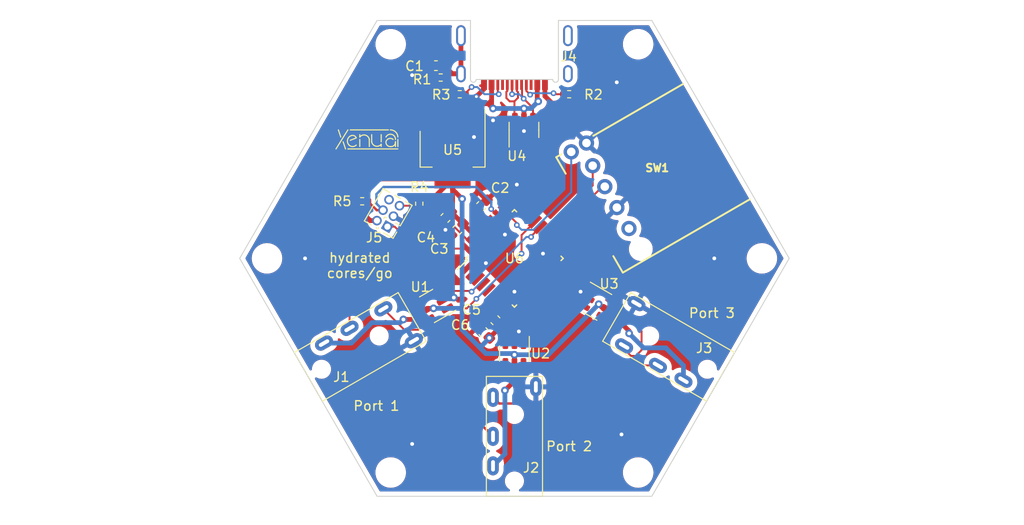
<source format=kicad_pcb>
(kicad_pcb (version 20211014) (generator pcbnew)

  (general
    (thickness 1.6)
  )

  (paper "A4")
  (layers
    (0 "F.Cu" signal)
    (31 "B.Cu" signal)
    (32 "B.Adhes" user "B.Adhesive")
    (33 "F.Adhes" user "F.Adhesive")
    (34 "B.Paste" user)
    (35 "F.Paste" user)
    (36 "B.SilkS" user "B.Silkscreen")
    (37 "F.SilkS" user "F.Silkscreen")
    (38 "B.Mask" user)
    (39 "F.Mask" user)
    (40 "Dwgs.User" user "User.Drawings")
    (41 "Cmts.User" user "User.Comments")
    (42 "Eco1.User" user "User.Eco1")
    (43 "Eco2.User" user "User.Eco2")
    (44 "Edge.Cuts" user)
    (45 "Margin" user)
    (46 "B.CrtYd" user "B.Courtyard")
    (47 "F.CrtYd" user "F.Courtyard")
    (48 "B.Fab" user)
    (49 "F.Fab" user)
    (50 "User.1" user)
    (51 "User.2" user)
    (52 "User.3" user)
    (53 "User.4" user)
    (54 "User.5" user)
    (55 "User.6" user)
    (56 "User.7" user)
    (57 "User.8" user)
    (58 "User.9" user)
  )

  (setup
    (stackup
      (layer "F.SilkS" (type "Top Silk Screen"))
      (layer "F.Paste" (type "Top Solder Paste"))
      (layer "F.Mask" (type "Top Solder Mask") (thickness 0.01))
      (layer "F.Cu" (type "copper") (thickness 0.035))
      (layer "dielectric 1" (type "core") (thickness 1.51) (material "FR4") (epsilon_r 4.5) (loss_tangent 0.02))
      (layer "B.Cu" (type "copper") (thickness 0.035))
      (layer "B.Mask" (type "Bottom Solder Mask") (thickness 0.01))
      (layer "B.Paste" (type "Bottom Solder Paste"))
      (layer "B.SilkS" (type "Bottom Silk Screen"))
      (copper_finish "None")
      (dielectric_constraints no)
    )
    (pad_to_mask_clearance 0)
    (pcbplotparams
      (layerselection 0x00010fc_ffffffff)
      (disableapertmacros false)
      (usegerberextensions false)
      (usegerberattributes true)
      (usegerberadvancedattributes true)
      (creategerberjobfile true)
      (svguseinch false)
      (svgprecision 6)
      (excludeedgelayer true)
      (plotframeref false)
      (viasonmask false)
      (mode 1)
      (useauxorigin false)
      (hpglpennumber 1)
      (hpglpenspeed 20)
      (hpglpendiameter 15.000000)
      (dxfpolygonmode true)
      (dxfimperialunits true)
      (dxfusepcbnewfont true)
      (psnegative false)
      (psa4output false)
      (plotreference true)
      (plotvalue true)
      (plotinvisibletext false)
      (sketchpadsonfab false)
      (subtractmaskfromsilk false)
      (outputformat 1)
      (mirror false)
      (drillshape 1)
      (scaleselection 1)
      (outputdirectory "")
    )
  )

  (net 0 "")
  (net 1 "Net-(C1-Pad1)")
  (net 2 "GND")
  (net 3 "Net-(C2-Pad2)")
  (net 4 "+3V3")
  (net 5 "Net-(J1-PadR1)")
  (net 6 "Net-(J1-PadR2)")
  (net 7 "Net-(J2-PadR1)")
  (net 8 "Net-(J2-PadR2)")
  (net 9 "Net-(J3-PadR1)")
  (net 10 "Net-(J3-PadR2)")
  (net 11 "/SWDIO")
  (net 12 "/RST")
  (net 13 "/SWCLK")
  (net 14 "unconnected-(J5-Pad6)")
  (net 15 "Net-(J4-PadA5)")
  (net 16 "Net-(J4-PadB5)")
  (net 17 "/P1_SCL")
  (net 18 "/P1_SDA")
  (net 19 "/P2_SCL")
  (net 20 "/P2_SDA")
  (net 21 "/P3_SCL")
  (net 22 "/P3_SDA")
  (net 23 "/USBD-")
  (net 24 "/USBD+")
  (net 25 "/DP")
  (net 26 "VBUS")
  (net 27 "/DM")
  (net 28 "unconnected-(U6-Pad1)")
  (net 29 "unconnected-(U6-Pad2)")
  (net 30 "unconnected-(U6-Pad3)")
  (net 31 "unconnected-(U6-Pad4)")
  (net 32 "unconnected-(U6-Pad7)")
  (net 33 "unconnected-(U6-Pad8)")
  (net 34 "unconnected-(U6-Pad13)")
  (net 35 "unconnected-(U6-Pad14)")
  (net 36 "unconnected-(U6-Pad15)")
  (net 37 "unconnected-(U6-Pad16)")
  (net 38 "unconnected-(U6-Pad5)")
  (net 39 "unconnected-(U6-Pad27)")
  (net 40 "unconnected-(J4-PadA8)")
  (net 41 "unconnected-(J4-PadB8)")
  (net 42 "/SW1")
  (net 43 "/SW_A")
  (net 44 "/SW_B")
  (net 45 "unconnected-(U6-Pad6)")

  (footprint "Package_TO_SOT_SMD:SOT-23-6" (layer "F.Cu") (at 187 52 -150))

  (footprint "pj320a:Jack_3.5mm_PJ320A_Horizontal" (layer "F.Cu") (at 175.229681 58.65 30))

  (footprint "MountingHole:MountingHole_2.2mm_M2_DIN965" (layer "F.Cu") (at 208.5 69.5))

  (footprint "Package_TO_SOT_SMD:SOT-23-6" (layer "F.Cu") (at 195.5 57 -90))

  (footprint "MountingHole:MountingHole_2.2mm_M2_DIN965" (layer "F.Cu") (at 182.5 24.5))

  (footprint "Resistor_SMD:R_0402_1005Metric_Pad0.72x0.64mm_HandSolder" (layer "F.Cu") (at 185.5 41.25 -90))

  (footprint "Resistor_SMD:R_0402_1005Metric_Pad0.72x0.64mm_HandSolder" (layer "F.Cu") (at 189.75 29.75))

  (footprint "Capacitor_SMD:C_0603_1608Metric_Pad1.08x0.95mm_HandSolder" (layer "F.Cu") (at 192.25 54.75 135))

  (footprint "MountingHole:MountingHole_2.2mm_M2_DIN965" (layer "F.Cu") (at 208.5 24.5))

  (footprint "Capacitor_SMD:C_0603_1608Metric_Pad1.08x0.95mm_HandSolder" (layer "F.Cu") (at 189.5 44 -135))

  (footprint "Package_TO_SOT_SMD:SOT-23-6" (layer "F.Cu") (at 196.5 33.5 90))

  (footprint "MountingHole:MountingHole_2.2mm_M2_DIN965" (layer "F.Cu") (at 169.5 47))

  (footprint "Resistor_SMD:R_0402_1005Metric_Pad0.72x0.64mm_HandSolder" (layer "F.Cu") (at 201.25 29.75))

  (footprint "Capacitor_SMD:C_0603_1608Metric_Pad1.08x0.95mm_HandSolder" (layer "F.Cu") (at 187.25 26.75 180))

  (footprint "Capacitor_SMD:C_0603_1608Metric_Pad1.08x0.95mm_HandSolder" (layer "F.Cu") (at 192 41.5 -135))

  (footprint "Resistor_SMD:R_0402_1005Metric_Pad0.72x0.64mm_HandSolder" (layer "F.Cu") (at 187.75 28 180))

  (footprint "xenua:USB_C_Receptacle_GCT_USB4510" (layer "F.Cu") (at 195.5 22 180))

  (footprint "pj320a:Jack_3.5mm_PJ320A_Horizontal" (layer "F.Cu") (at 215.770319 58.65 150))

  (footprint "pj320a:Jack_3.5mm_PJ320A_Horizontal" (layer "F.Cu") (at 195.5 70.4 90))

  (footprint "xenua:EVQWGD001" (layer "F.Cu") (at 210.5 37.75 30))

  (footprint "xenua:sig" (layer "F.Cu") (at 176.75 35.5))

  (footprint "Package_QFP:TQFP-32_7x7mm_P0.8mm" (layer "F.Cu") (at 195.5 47 45))

  (footprint "Package_TO_SOT_SMD:SOT-223-3_TabPin2" (layer "F.Cu") (at 189 35.5 -90))

  (footprint "Capacitor_SMD:C_0603_1608Metric_Pad1.08x0.95mm_HandSolder" (layer "F.Cu") (at 188.25 42.75 -135))

  (footprint "Connector_PinHeader_1.27mm:PinHeader_2x03_P1.27mm_Vertical" (layer "F.Cu") (at 182.153766 43.666683 150))

  (footprint "MountingHole:MountingHole_2.2mm_M2_DIN965" (layer "F.Cu") (at 182.5 69.5))

  (footprint "Resistor_SMD:R_0402_1005Metric_Pad0.72x0.64mm_HandSolder" (layer "F.Cu") (at 179.5 41 180))

  (footprint "Package_TO_SOT_SMD:SOT-23-6" (layer "F.Cu") (at 204.25 51.75 -30))

  (footprint "MountingHole:MountingHole_2.2mm_M2_DIN965" (layer "F.Cu") (at 221.5 47))

  (footprint "Capacitor_SMD:C_0603_1608Metric_Pad1.08x0.95mm_HandSolder" (layer "F.Cu") (at 193.5 53.5 135))

  (gr_line (start 195.5 28.3) (end 196.5 28.3) (layer "Dwgs.User") (width 0.15) (tstamp 31bd80de-4bb5-4c77-a663-2affc4147372))
  (gr_line (start 195.5 28.3) (end 194.5 28.3) (layer "Dwgs.User") (width 0.15) (tstamp 944dbd01-505d-494d-9f63-f2c8bd1db418))
  (gr_line (start 224.368 47) (end 209.934 72) (layer "Edge.Cuts") (width 0.1) (tstamp 0743bc59-afe2-4752-9e56-a24822d18aaa))
  (gr_line (start 181.066 22) (end 166.632 47) (layer "Edge.Cuts") (width 0.1) (tstamp 473ddb9d-3e9e-4912-a8c3-fb5b4dbbf8df))
  (gr_line (start 200.12 22) (end 209.934 22) (layer "Edge.Cuts") (width 0.1) (tstamp a6571e26-fdcf-48c3-8604-da94c9af25e8))
  (gr_line (start 181.066 72) (end 209.934 72) (layer "Edge.Cuts") (width 0.1) (tstamp c8afab4b-9964-4341-bc31-892e7e579723))
  (gr_line (start 224.368 47) (end 209.934 22) (layer "Edge.Cuts") (width 0.1) (tstamp dd35352e-d89e-484d-bef8-bac58c66a85a))
  (gr_line (start 166.632 47) (end 181.066 72) (layer "Edge.Cuts") (width 0.1) (tstamp ee989edf-8027-449d-bb77-fbb7e3e7649d))
  (gr_line (start 181.066 22) (end 190.88 22) (layer "Edge.Cuts") (width 0.1) (tstamp f46c70dd-2f86-4294-a0b2-5b136aa818ef))
  (gr_text "Port 3" (at 216.25 52.75) (layer "F.SilkS") (tstamp 5766246d-539d-4256-86a4-9f8349610f84)
    (effects (font (size 1 1) (thickness 0.15)))
  )
  (gr_text "hydrated\ncores/go" (at 179.25 47.75) (layer "F.SilkS") (tstamp 7aeda96c-46b8-4006-b414-502a4fefdd07)
    (effects (font (size 1 1) (thickness 0.15)))
  )
  (gr_text "Port 2" (at 201.25 66.75) (layer "F.SilkS") (tstamp 9148d79b-a1b9-4ec5-ae49-7b2d5d0299a9)
    (effects (font (size 1 1) (thickness 0.15)))
  )
  (gr_text "Port 1" (at 181 62.5) (layer "F.SilkS") (tstamp e577fdcc-c176-4b4b-a228-e30f5b47f147)
    (effects (font (size 1 1) (thickness 0.15)))
  )

  (segment (start 189.88 27.6) (end 188.7475 27.6) (width 0.5) (layer "F.Cu") (net 1) (tstamp 3f1b46a9-de00-44b6-b302-95ba5d4fc7be))
  (segment (start 189.88 27.6) (end 188.9625 27.6) (width 0.5) (layer "F.Cu") (net 1) (tstamp 696e0eb6-f485-454f-b142-a24b3e59a953))
  (segment (start 189.88 23.6) (end 189.88 27.6) (width 0.5) (layer "F.Cu") (net 1) (tstamp 8ef27395-8f02-4464-91f7-6df2b86cc43f))
  (segment (start 188.7475 27.6) (end 188.3475 28) (width 0.5) (layer "F.Cu") (net 1) (tstamp a8438cf0-2b94-4a9d-8963-c8f4621cc31d))
  (segment (start 188.9625 27.6) (end 188.1125 26.75) (width 0.5) (layer "F.Cu") (net 1) (tstamp d354ecac-b3bc-4fed-903e-10d10882139b))
  (segment (start 188.85988 44.60988) (end 188.25 44) (width 0.5) (layer "F.Cu") (net 2) (tstamp 03719843-5435-4291-8e92-d5b393806fb9))
  (segment (start 187.64012 43.35988) (end 187.64012 43.60988) (width 0.5) (layer "F.Cu") (net 2) (tstamp 11dc4169-9f40-4605-8579-68c147f18d6b))
  (segment (start 196.171573 50.5) (end 195.5 50.5) (width 0.5) (layer "F.Cu") (net 2) (tstamp 19231caf-260d-414a-8f99-844fa96fa85d))
  (segment (start 191.3 32.35) (end 191.3 34.2) (width 0.5) (layer "F.Cu") (net 2) (tstamp 1ef98e3c-1ed0-4ea3-997b-56d6e4637e06))
  (segment (start 203.13075 51.18125) (end 202.4495 50.5) (width 0.5) (layer "F.Cu") (net 2) (tstamp 215ce0f6-5af5-4b67-ae69-b288192d34e1))
  (segment (start 201.8475 29.9025) (end 201 30.75) (width 0.5) (layer "F.Cu") (net 2) (tstamp 27f54d44-db75-494a-bf17-28711be56dd5))
  (segment (start 201 30.75) (end 199.5 30.75) (width 0.5) (layer "F.Cu") (net 2) (tstamp 3367fb38-f56e-440d-91f9-dfa690d3f082))
  (segment (start 188.89012 44.60988) (end 188.85988 44.60988) (width 0.5) (layer "F.Cu") (net 2) (tstamp 3a447120-bb13-4c44-a114-ff648619224b))
  (segment (start 191.64012 54.14012) (end 191.34012 54.14012) (width 0.5) (layer "F.Cu") (net 2) (tstamp 4301754c-6d5d-4383-afc6-8c9a9e772a4c))
  (segment (start 191.3 32.35) (end 193.1 32.35) (width 0.5) (layer "F.Cu") (net 2) (tstamp 55f1c4af-adb5-49e0-ace7-9fc384f5d29d))
  (segment (start 193.565686 44.5) (end 194.5 44.5) (width 0.5) (layer "F.Cu") (net 2) (tstamp 671095b0-ed5a-4ae7-ac85-9ee83cba59d8))
  (segment (start 187.64012 43.39012) (end 188.25 44) (width 0.5) (layer "F.Cu") (net 2) (tstamp 6fc9f2c2-bef9-48e2-9027-eb42ac7b78fe))
  (segment (start 193.1 32.35) (end 193.25 32.5) (width 0.5) (layer "F.Cu") (net 2) (tstamp 76bbad38-00e2-41b2-9ddd-aff8d95e873f))
  (segment (start 187.64012 43.35988) (end 187.64012 43.39012) (width 0.5) (layer "F.Cu") (net 2) (tstamp 8143a189-78e8-4949-9928-620769923d07))
  (segment (start 192.777639 43.711953) (end 193.565686 44.5) (width 0.5) (layer "F.Cu") (net 2) (tstamp 844267ab-0c59-45ad-9cf9-19c1e73a2831))
  (segment (start 191.3 32.35) (end 191.3 32.45) (width 0.5) (layer "F.Cu") (net 2) (tstamp 86b0791e-e64d-41a6-9b4e-9b2d1dee1dac))
  (segment (start 192.3 28.75) (end 192.3 29.200489) (width 0.5) (layer "F.Cu") (net 2) (tstamp 8732a11f-3ef6-4396-b98d-830ac6bfa2c8))
  (segment (start 198.7 29.95) (end 198.7 28.75) (width 0.5) (layer "F.Cu") (net 2) (tstamp 89e4cfba-750c-4083-acc4-ed21bb6833df))
  (segment (start 188.296732 51.119622) (end 189.130378 51.119622) (width 0.5) (layer "F.Cu") (net 2) (tstamp 976eff56-3816-452d-9c77-d211b78adaef))
  (segment (start 187.985104 51.43125) (end 188.296732 51.119622) (width 0.5) (layer "F.Cu") (net 2) (tstamp 9821fdbc-a1cd-4bf4-b25b-5f699978c34b))
  (segment (start 191.3 34.2) (end 191.25 34.25) (width 0.5) (layer "F.Cu") (net 2) (tstamp 9a5c3670-eaa7-4dcf-9286-43ba42ac67e7))
  (segment (start 196.5 34.6375) (end 196.5 33.6245) (width 0.5) (layer "F.Cu") (net 2) (tstamp a3af9b14-6380-4eca-a818-510262168f6c))
  (segment (start 203.264896 51.18125) (end 203.13075 51.18125) (width 0.5) (layer "F.Cu") (net 2) (tstamp a6e977e2-d6fd-497d-8dbf-799018d7fc04))
  (segment (start 192.60988 40.89012) (end 192.85988 40.89012) (width 0.5) (layer "F.Cu") (net 2) (tstamp b9c85551-8712-46b2-8570-ce78df9e2527))
  (segment (start 199.5 30.75) (end 198.7 29.95) (width 0.5) (layer "F.Cu") (net 2) (tstamp bb5948b2-3dac-442f-abc5-abb89dbc4ff5))
  (segment (start 195.5 55.8625) (end 195.5 55.144439) (width 0.5) (layer "F.Cu") (net 2) (tstamp bd5982a1-f298-433e-aa00-1ad636989dff))
  (segment (start 197.09099 51.419417) (end 196.171573 50.5) (width 0.5) (layer "F.Cu") (net 2) (tstamp cb6c4e8c-26d9-4358-bd61-00ae2e9a6b1a))
  (segment (start 201.8475 29.75) (end 201.8475 29.9025) (width 0.5) (layer "F.Cu") (net 2) (tstamp d0f6e10f-1fd2-416c-88b9-9d59eb93655c))
  (segment (start 192.3 29.200489) (end 191.5 30.000489) (width 0.5) (layer "F.Cu") (net 2) (tstamp d2070829-6614-4d36-90ec-2c8dd2f421fd))
  (segment (start 191.3 32.45) (end 191.25 32.5) (width 0.5) (layer "F.Cu") (net 2) (tstamp e8fa3293-2de2-4a5a-9283-356607904c7c))
  (segment (start 195.5 55.144439) (end 195.964813 54.679626) (width 0.5) (layer "F.Cu") (net 2) (tstamp fae566e4-cd29-42fd-a0cf-1046552b93b0))
  (via (at 216.5 47) (size 0.8) (drill 0.4) (layers "F.Cu" "B.Cu") (free) (net 2) (tstamp 03236581-83d5-46f9-9b92-dfba08a17e3e))
  (via (at 191.25 34.25) (size 0.8) (drill 0.4) (layers "F.Cu" "B.Cu") (net 2) (tstamp 1c4bf035-050b-405c-bea5-ceb3db0151fd))
  (via (at 195.964813 54.679626) (size 0.8) (drill 0.4) (layers "F.Cu" "B.Cu") (net 2) (tstamp 2eb2e4d3-f2ce-4f29-9070-1c4837a13861))
  (via (at 188.25 44) (size 0.8) (drill 0.4) (layers "F.Cu" "B.Cu") (net 2) (tstamp 2fe521ff-d6d1-4c05-8296-4c946423024c))
  (via (at 194.5 44.5) (size 0.8) (drill 0.4) (layers "F.Cu" "B.Cu") (free) (net 2) (tstamp 3b4c2257-f4dd-4ad9-b415-910c47910fb8))
  (via (at 192.5 47.5) (size 0.8) (drill 0.4) (layers "F.Cu" "B.Cu") (free) (net 2) (tstamp 43044d53-b707-4d3a-afb5-42d6b6af2e7c))
  (via (at 195.5 50.5) (size 0.8) (drill 0.4) (layers "F.Cu" "B.Cu") (free) (net 2) (tstamp 6431d07b-1cc3-48bf-98c9-a73b1e3fc17b))
  (via (at 173.5 47) (size 0.8) (drill 0.4) (layers "F.Cu" "B.Cu") (free) (net 2) (tstamp 841a072b-b3fa-45b8-a76b-f9a5c81a1364))
  (via (at 191.5 30.000489) (size 0.6) (drill 0.3) (layers "F.Cu" "B.Cu") (net 2) (tstamp 91f3669f-b5e2-4adf-afb0-e37eed958e60))
  (via (at 202.4495 50.5) (size 0.8) (drill 0.4) (layers "F.Cu" "B.Cu") (net 2) (tstamp 9707b9bf-a5fc-4e09-aebe-5bc06e829499))
  (via (at 206.75 65.5) (size 0.8) (drill 0.4) (layers "F.Cu" "B.Cu") (free) (net 2) (tstamp adb90deb-6853-4230-a382-6c8831b3f4f3))
  (via (at 198.5 46.5) (size 0.8) (drill 0.4) (layers "F.Cu" "B.Cu") (free) (net 2) (tstamp b439546a-c621-4887-b3aa-bc0ca20da5cb))
  (via (at 189.130378 51.119622) (size 0.8) (drill 0.4) (layers "F.Cu" "B.Cu") (net 2) (tstamp b6eda8ee-c639-4010-a71e-f418426c448a))
  (via (at 195.75 39.25) (size 0.8) (drill 0.4) (layers "F.Cu" "B.Cu") (free) (net 2) (tstamp bc4305ae-ca06-4789-823d-45aef5e290e2))
  (via (at 184.75 27.75) (size 0.8) (drill 0.4) (layers "F.Cu" "B.Cu") (free) (net 2) (tstamp c490a0cc-a139-4ae9-b6ad-1f989dec564b))
  (via (at 193.25 32.5) (size 0.8) (drill 0.4) (layers "F.Cu" "B.Cu") (net 2) (tstamp c569fb6a-628e-48b4-805b-d04f577f815a))
  (via (at 196.5 33.6245) (size 0.8) (drill 0.4) (layers "F.Cu" "B.Cu") (net 2) (tstamp d52eb3e6-c3f0-4f18-ac0b-40f1f9e6fd5e))
  (via (at 206.25 28.5) (size 0.8) (drill 0.4) (layers "F.Cu" "B.Cu") (free) (net 2) (tstamp f0d4f2d5-ebc4-472c-9ad0-46e60ab32a6a))
  (via (at 184.75 66.5) (size 0.8) (drill 0.4) (layers "F.Cu" "B.Cu") (free) (net 2) (tstamp fd8cd4a1-8cce-4033-93c0-c4b68cc71c6b))
  (segment (start 192.211953 44.277639) (end 191.39012 43.455806) (width 0.3) (layer "F.Cu") (net 3) (tstamp 1bd98adf-6059-495f-94b7-9f4ef4e778fb))
  (segment (start 191.39012 43.455806) (end 191.39012 42.10988) (width 0.3) (layer "F.Cu") (net 3) (tstamp 22f790b9-c1d9-412d-ac0e-7bd254369216))
  (segment (start 190.10988 43.39012) (end 188.85988 42.14012) (width 0.5) (layer "F.Cu") (net 4) (tstamp 0376f97d-4fda-40e2-8ae7-be256dd0b17a))
  (segment (start 205.235104 52.31875) (end 204.864321 52.31875) (width 0.5) (layer "F.Cu") (net 4) (tstamp 04cd1be7-98f7-4cec-9bc2-093fcec1606d))
  (segment (start 189 38.65) (end 189 42) (width 0.5) (layer "F.Cu") (net 4) (tstamp 04d8fd5a-af67-40da-a8c2-f7fab9d79c3b))
  (segment (start 180.346808 43.031683) (end 181.053914 43.031683) (width 0.5) (layer "F.Cu") (net 4) (tstamp 05c774ee-1959-4a16-b1aa-463d07c36000))
  (segment (start 178.9025 39.5975) (end 178.9025 41) (width 0.5) (layer "F.Cu") (net 4) (tstamp 0b25d268-c1de-4944-b54c-bbdbe2b2ccd7))
  (segment (start 191.646268 44.843324) (end 191.563084 44.843324) (width 0.5) (layer "F.Cu") (net 4) (tstamp 23bdbd44-4a30-4d2c-b3c5-4d4dfb6ad7d1))
  (segment (start 186.014896 52.56875) (end 185.165399 53.418247) (width 0.5) (layer "F.Cu") (net 4) (tstamp 32dcc70a-1e38-4dff-8bd2-7fe6cd7ba6cd))
  (segment (start 195.5 58.1375) (end 195.5 59.8755) (width 0.5) (layer "F.Cu") (net 4) (tstamp 37df637f-662f-40f0-adc0-7d1db39f5ebd))
  (segment (start 189 32.35) (end 189 38.65) (width 0.5) (layer "F.Cu") (net 4) (tstamp 37ffdb94-6f74-4094-8d04-8477df25c710))
  (segment (start 187 52.25) (end 186.333646 52.25) (width 0.5) (layer "F.Cu") (net 4) (tstamp 4fd2be35-f3dc-4152-8d6b-941d855e1521))
  (segment (start 185.5 40.6525) (end 186.9975 40.6525) (width 0.5) (layer "F.Cu") (net 4) (tstamp 5a39367f-3e07-4291-b768-0eec713e54da))
  (segment (start 189 39.75) (end 190 40.75) (width 0.5) (layer "F.Cu") (net 4) (tstamp 5f0d7789-3d8e-4525-b01d-b4b0497082e8))
  (segment (start 191.563084 44.843324) (end 190.10988 43.39012) (width 0.5) (layer "F.Cu") (net 4) (tstamp 653c887b-6912-4e12-9d5b-b353929ef1fc))
  (segment (start 205.235104 52.31875) (end 205.31875 52.31875) (width 0.5) (layer "F.Cu") (net 4) (tstamp 6a1464e6-525c-4f06-8066-5df619f0f8e1))
  (segment (start 189 42) (end 188.85988 42.14012) (width 0.5) (layer "F.Cu") (net 4) (tstamp 80b217b0-d0e1-4411-b435-32e96c858e1f))
  (segment (start 196.234657 51.985103) (end 194.10988 54.10988) (width 0.5) (layer "F.Cu") (net 4) (tstamp 83428e0e-6169-45e1-8979-696ca9eea4f3))
  (segment (start 204.864321 52.31875) (end 204.357821 51.81225) (width 0.5) (layer "F.Cu") (net 4) (tstamp 87595e44-a48a-4a99-85f5-ef2ea90c9e37))
  (segment (start 207.5505 54.634146) (end 207.5505 54.880378) (width 0.5) (layer "F.Cu") (net 4) (tstamp 8b5bfda2-79a7-4762-a6d8-16647750378e))
  (segment (start 205.235104 52.31875) (end 207.5505 54.634146) (width 0.5) (layer "F.Cu") (net 4) (tstamp 9e999c9d-e058-4f07-9aa3-a9dc594b76bf))
  (segment (start 189 38.65) (end 179.85 38.65) (width 0.5) (layer "F.Cu") (net 4) (tstamp a7b7c2bc-370b-479f-abce-4c34481bb786))
  (segment (start 196.525305 51.985103) (end 196.234657 51.985103) (width 0.5) (layer "F.Cu") (net 4) (tstamp a9eb8cd6-d2df-495d-97f8-cf25705e5da3))
  (segment (start 178.9025 41) (end 178.9025 41.587375) (width 0.5) (layer "F.Cu") (net 4) (tstamp ab021000-6b5b-43ea-b7a1-ecc24ef9d51a))
  (segment (start 179.85 38.65) (end 178.9025 39.5975) (width 0.5) (layer "F.Cu") (net 4) (tstamp ac9a04f9-189d-453a-af6b-7bad155ec96b))
  (segment (start 195.5 59.8755) (end 194.5 60.8755) (width 0.5) (layer "F.Cu") (net 4) (tstamp b98b2aa4-f17c-4944-a63b-517efd27344b))
  (segment (start 178.9025 41.587375) (end 180.346808 43.031683) (width 0.5) (layer "F.Cu") (net 4) (tstamp bccd5a46-1da8-4bf1-9b2a-fb1f16fc8920))
  (segment (start 194.10988 54.10988) (end 192.85988 55.35988) (width 0.5) (layer "F.Cu") (net 4) (tstamp c71cbc25-a226-480e-9120-4c90056547ed))
  (segment (start 186.9975 40.6525) (end 189 38.65) (width 0.5) (layer "F.Cu") (net 4) (tstamp d0f049fb-26c8-40cf-b864-89ecd411f7f5))
  (segment (start 185.165399 53.418247) (end 183.831753 53.418247) (width 0.5) (layer "F.Cu") (net 4) (tstamp db128544-f66c-42f4-beb9-1d8c80c15d88))
  (segment (start 186.333646 52.25) (end 186.014896 52.56875) (width 0.5) (layer "F.Cu") (net 4) (tstamp f358ac6b-17e0-4c47-9f05-8773630c08f8))
  (segment (start 195.5 58.1375) (end 195.5 57.1245) (width 0.5) (layer "F.Cu") (net 4) (tstamp fa5ea037-1b76-4529-80bf-e23d4b9a0e7b))
  (segment (start 189 38.65) (end 189 39.75) (width 0.5) (layer "F.Cu") (net 4) (tstamp fa65d098-5ecb-45ca-921d-eeb8930cd867))
  (via (at 207.5505 54.880378) (size 0.8) (drill 0.4) (layers "F.Cu" "B.Cu") (net 4) (tstamp 15841606-09ac-42c9-ac6d-455675705d16))
  (via (at 192.85988 55.35988) (size 0.8) (drill 0.4) (layers "F.Cu" "B.Cu") (net 4) (tstamp 1c637a12-9164-4b3f-bfa5-f05fb9034af2))
  (via (at 190 40.75) (size 0.8) (drill 0.4) (layers "F.Cu" "B.Cu") (net 4) (tstamp 1fd275a0-197e-4d60-9ea7-4acf500af443))
  (via (at 195.5 57.1245) (size 0.8) (drill 0.4) (layers "F.Cu" "B.Cu") (net 4) (tstamp 3cf37809-8882-441f-bd8e-11eadeb9b4f2))
  (via (at 194.5 60.8755) (size 0.8) (drill 0.4) (layers "F.Cu" "B.Cu") (net 4) (tstamp 4e3faa3b-685b-4b59-bbf2-b4a54ad2dfc1))
  (via (at 183.831753 53.418247) (size 0.8) (drill 0.4) (layers "F.Cu" "B.Cu") (net 4) (tstamp 60d2675f-2544-4550-ba8e-d0ef2889d24f))
  (via (at 187 52.25) (size 0.8) (drill 0.4) (layers "F.Cu" "B.Cu") (net 4) (tstamp 88c5b4a9-3364-45ea-b9c0-bb33f0271133))
  (via (at 204.357821 51.81225) (size 0.8) (drill 0.4) (layers "F.Cu" "B.Cu") (net 4) (tstamp b9112406-6880-496a-8cf3-329d93d8abc3))
  (segment (start 199.045571 57.1245) (end 204.357821 51.81225) (width 0.5) (layer "B.Cu") (net 4) (tstamp 06ce9a2f-62c9-4ebd-81db-3fa9016ba633))
  (segment (start 190 40.75) (end 190 51.5) (width 0.5) (layer "B.Cu") (net 4) (tstamp 06cf9d8c-80ee-474a-9941-3419d77ef170))
  (segment (start 190 52.25) (end 187 52.25) (width 0.5) (layer "B.Cu") (net 4) (tstamp 0f2345df-1720-4a1d-8df4-9dea06adef0f))
  (segment (start 190 54.5) (end 191.875 56.375) (width 0.5) (layer "B.Cu") (net 4) (tstamp 19a9d3b5-5aa1-449e-ab8e-d103756ba404))
  (segment (start 191.875 56.375) (end 192.5 57) (width 0.5) (layer "B.Cu") (net 4) (tstamp 1c370c68-124e-4b3b-87da-08abf9cdb16f))
  (segment (start 183.831753 53.418247) (end 183.5 53.75) (width 0.5) (layer "B.Cu") (net 4) (tstamp 3808ff98-c381-4bc8-9063-5fab6223c5fb))
  (segment (start 180.515644 53.75) (end 178.364201 55.901443) (width 0.5) (layer "B.Cu") (net 4) (tstamp 3f9a7152-7e4a-4640-b4c9-cab06e70526d))
  (segment (start 192.5 57) (end 195.3755 57) (width 0.5) (layer "B.Cu") (net 4) (tstamp 41eb36ad-85e7-4f39-8dca-cb50bceb3b2a))
  (segment (start 207.5505 54.880378) (end 209.070122 56.4) (width 0.5) (layer "B.Cu") (net 4) (tstamp 48c439fd-8a6d-4e60-bfad-1018cdb1bb64))
  (segment (start 209.070122 56.4) (end 211.4 56.4) (width 0.5) (layer "B.Cu") (net 4) (tstamp 6a72969c-584a-408a-8c75-b04f16c58fd0))
  (segment (start 194.500479 67.549521) (end 193.25 68.8) (width 0.5) (layer "B.Cu") (net 4) (tstamp 6caa2e3f-ef48-497a-bf14-515d1d49eab1))
  (segment (start 194.5 67.549042) (end 194.500479 67.549521) (width 0.5) (layer "B.Cu") (net 4) (tstamp 8432ad66-11f6-4e42-a8a0-b21c4ff6140a))
  (segment (start 183.5 53.75) (end 180.515644 53.75) (width 0.5) (layer "B.Cu") (net 4) (tstamp 8ed34d6f-8f07-44c1-a2a3-f184d6d9a08f))
  (segment (start 195.3755 57) (end 195.5 57.1245) (width 0.5) (layer "B.Cu") (net 4) (tstamp 933a5253-1d0e-4516-b330-14ba65ca36d4))
  (segment (start 195.5 57.1245) (end 199.045571 57.1245) (width 0.5) (layer "B.Cu") (net 4) (tstamp ab21e7a8-ef62-40a0-a378-209c765cc4bb))
  (segment (start 204.357821 51.81225) (end 204.357821 51.892179) (width 0.5) (layer "B.Cu") (net 4) (tstamp b47a98da-d24c-4742-b64e-3ffd9972ce0f))
  (segment (start 211.4 56.4) (end 213.259678 58.259678) (width 0.5) (layer "B.Cu") (net 4) (tstamp b6af3339-77e3-4805-9423-056f5e2a366f))
  (segment (start 213.259678 58.259678) (end 213.259678 59.798557) (width 0.5) (layer "B.Cu") (net 4) (tstamp be23aa73-d1da-4488-a1e1-b3cf08c1510c))
  (segment (start 190 52.25) (end 190 54.5) (width 0.5) (layer "B.Cu") (net 4) (tstamp c60c4acf-3d6f-48da-b735-ac7a7ae5c6f8))
  (segment (start 192.85988 55.35988) (end 192.85988 55.39012) (width 0.5) (layer "B.Cu") (net 4) (tstamp cfc1a7f1-4f5f-4e2a-9495-cffc1dc92ace))
  (segment (start 190 51.5) (end 190 52.25) (width 0.5) (layer "B.Cu") (net 4) (tstamp d648426c-8d06-4374-a9d5-f0dd792d2bcf))
  (segment (start 178.364201 55.901443) (end 175.490322 55.901443) (width 0.5) (layer "B.Cu") (net 4) (tstamp e5ad5b73-1a14-43b4-b264-e78da8de87af))
  (segment (start 194.5 60.8755) (end 194.5 67.549042) (width 0.5) (layer "B.Cu") (net 4) (tstamp ef8deca4-cde3-44ed-8f08-1405b9ee4373))
  (segment (start 192.85988 55.39012) (end 191.875 56.375) (width 0.5) (layer "B.Cu") (net 4) (tstamp fb96b022-c681-407f-ac0d-f5be84121c37))
  (segment (start 186.489896 53.391474) (end 185.38137 54.5) (width 0.2) (layer "F.Cu") (net 5) (tstamp 353d10af-18da-4a76-9647-8341271e9bc7))
  (segment (start 183.924262 54.5) (end 181.725705 52.301443) (width 0.2) (layer "F.Cu") (net 5) (tstamp 9db3c135-a7d1-4169-863d-387a1cae1452))
  (segment (start 185.38137 54.5) (end 183.924262 54.5) (width 0.2) (layer "F.Cu") (net 5) (tstamp c11d72ca-3e41-4275-9076-51eecae6a09c))
  (segment (start 184.29387 50.5) (end 180.5 50.5) (width 0.2) (layer "F.Cu") (net 6) (tstamp 28735097-78ba-4ee8-81ae-409197c70305))
  (segment (start 185.539896 51.746026) (end 184.29387 50.5) (width 0.2) (layer "F.Cu") (net 6) (tstamp 53af02fe-5e71-4006-828c-d42765cd6a8f))
  (segment (start 180.5 50.5) (end 178.175 52.825) (width 0.2) (layer "F.Cu") (net 6) (tstamp c6c2dde5-ac0c-4e64-8327-e95b073235c7))
  (segment (start 178.175 52.825) (end 178.175 54.351443) (width 0.2) (layer "F.Cu") (net 6) (tstamp f4b1fa00-7406-401d-8a77-cbd0708ac181))
  (segment (start 193.9 62.25) (end 193.25 61.6) (width 0.25) (layer "F.Cu") (net 7) (tstamp 4eefa2b9-0a99-4c31-a73e-dce3db494272))
  (segment (start 196.45 61.55) (end 195.75 62.25) (width 0.25) (layer "F.Cu") (net 7) (tstamp 86e056d6-76c2-4709-978d-24c455de32ce))
  (segment (start 196.45 58.1375) (end 196.45 61.55) (width 0.25) (layer "F.Cu") (net 7) (tstamp b44709c6-5ba2-4a10-89f2-e6e6dd62901a))
  (segment (start 195.75 62.25) (end 193.9 62.25) (width 0.25) (layer "F.Cu") (net 7) (tstamp da11773f-51dd-4c3c-9be6-17f5dce699bf))
  (segment (start 194.55 58.1375) (end 193.8625 58.1375) (width 0.25) (layer "F.Cu") (net 8) (tstamp 254f268c-baf2-4dbe-bb24-9eda39397444))
  (segment (start 191.75 60.25) (end 191.75 64.2) (width 0.25) (layer "F.Cu") (net 8) (tstamp 2ff79a41-9f22-4fe1-94d5-4ed29213b079))
  (segment (start 193.8625 58.1375) (end 191.75 60.25) (width 0.25) (layer "F.Cu") (net 8) (tstamp 5549b63e-a6a1-4dc2-962d-37089633fd05))
  (segment (start 191.75 64.2) (end 193.25 65.7) (width 0.25) (layer "F.Cu") (net 8) (tstamp c273d2f8-f30a-40a7-abbc-97e240c283ea))
  (segment (start 208.85862 56.64138) (end 208.25 57.25) (width 0.2) (layer "F.Cu") (net 9) (tstamp 1d6f050a-f57a-47b3-9039-742132347180))
  (segment (start 207.301443 56.198557) (end 207.024295 56.198557) (width 0.2) (layer "F.Cu") (net 9) (tstamp 4e810807-0c41-44d0-b199-6913bd173b53))
  (segment (start 205.710104 51.496026) (end 208.85862 54.644542) (width 0.2) (layer "F.Cu") (net 9) (tstamp 50ffd615-f10b-4253-8658-03703cd99dc3))
  (segment (start 208.85862 54.644542) (end 208.85862 56.64138) (width 0.2) (layer "F.Cu") (net 9) (tstamp 8f19969c-d17f-4d36-8870-0cd59273e49a))
  (segment (start 207.024295 56.524295) (end 207.024295 56.198557) (width 0.2) (layer "F.Cu") (net 9) (tstamp 9e1aa8af-9c73-4730-9440-30f30f24e1f0))
  (segment (start 207.75 57.25) (end 207.024295 56.524295) (width 0.2) (layer "F.Cu") (net 9) (tstamp aef5b95f-7975-4077-9de2-5cd69d34a894))
  (segment (start 208.25 57.25) (end 207.75 57.25) (width 0.2) (layer "F.Cu") (net 9) (tstamp dbbb410e-c8d2-4c29-9329-ac9fd20547c3))
  (segment (start 204.760104 53.141474) (end 204.760104 56.760104) (width 0.2) (layer "F.Cu") (net 10) (tstamp 09401383-4bc5-4bb2-b306-acda0cda34a5))
  (segment (start 204.760104 56.760104) (end 206.248557 58.248557) (width 0.2) (layer "F.Cu") (net 10) (tstamp 2a54ad79-ce49-4775-b894-c6c465703efd))
  (segment (start 206.248557 58.248557) (end 210.575 58.248557) (width 0.2) (layer "F.Cu") (net 10) (tstamp fbb243d1-c4af-4ee3-acac-1bb87f0b419f))
  (segment (start 185.224695 45.974695) (end 182.916683 43.666683) (width 0.2) (layer "F.Cu") (net 11) (tstamp 296ebd32-e25d-4bd3-a7a8-b8ebd7e26b00))
  (segment (start 182.916683 43.666683) (end 182.153766 43.666683) (width 0.2) (layer "F.Cu") (net 11) (tstamp 412a2419-90dc-42ae-88f1-174b8684a47f))
  (segment (start 190.514897 45.974695) (end 185.224695 45.974695) (width 0.2) (layer "F.Cu") (net 11) (tstamp ed467a56-dac6-42ac-a9df-e06eb1f09520))
  (segment (start 181.029331 41.931831) (end 180.0975 41) (width 0.25) (layer "F.Cu") (net 12) (tstamp 5a4791c9-b9ed-41f6-b265-552d18a43a2e))
  (segment (start 193.90901 42.580583) (end 193.824269 42.580583) (width 0.2) (layer "F.Cu") (net 12) (tstamp 6357d28d-fcbd-40b7-961f-a7d692fff642))
  (segment (start 193.824269 42.580583) (end 193.060275 41.816589) (width 0.2) (layer "F.Cu") (net 12) (tstamp 7e8c5425-170a-44fc-a23f-552d1e1bb870))
  (segment (start 181.688914 41.931831) (end 181.029331 41.931831) (width 0.25) (layer "F.Cu") (net 12) (tstamp ccc97130-bbf6-454d-940f-bd0a9632f06e))
  (via (at 193.060275 41.816589) (size 0.6) (drill 0.3) (layers "F.Cu" "B.Cu") (net 12) (tstamp 53fa3ef6-0a2b-41d2-b20d-15cb15e969b9))
  (segment (start 191.5 39.5) (end 193.060275 41.060275) (width 0.25) (layer "B.Cu") (net 12) (tstamp 134ed347-767a-447a-8bdc-ee68e573320f))
  (segment (start 181.75 39.5) (end 191.5 39.5) (width 0.25) (layer "B.Cu") (net 12) (tstamp 7010030d-2adb-4e30-ab63-b36f1f4c26fd))
  (segment (start 181 41.242917) (end 181 40.25) (width 0.25) (layer "B.Cu") (net 12) (tstamp 75b96414-c1ee-44a1-a2df-53f122350a25))
  (segment (start 181.688914 41.931831) (end 181 41.242917) (width 0.25) (layer "B.Cu") (net 12) (tstamp 81bebdcf-bfbb-44fc-8200-ec6a92487ddf))
  (segment (start 181 40.25) (end 181.75 39.5) (width 0.25) (layer "B.Cu") (net 12) (tstamp 82f99bb1-0875-4a9a-9ac1-5712d052d912))
  (segment (start 193.060275 41.060275) (end 193.060275 41.816589) (width 0.25) (layer "B.Cu") (net 12) (tstamp a352f24b-907d-4d9a-9eda-3e3aeac4974b))
  (segment (start 185.119478 41.466978) (end 183.423766 41.466978) (width 0.2) (layer "F.Cu") (net 13) (tstamp 06f044ff-7002-4904-b070-12615de2e004))
  (segment (start 187.3475 41.8475) (end 185.5 41.8475) (width 0.2) (layer "F.Cu") (net 13) (tstamp 0f6ab4cd-956a-4767-84ac-a5e850c1f202))
  (segment (start 185.5 41.8475) (end 185.119478 41.466978) (width 0.2) (layer "F.Cu") (net 13) (tstamp 49372423-06cc-42a9-bad7-851324c92eb0))
  (segment (start 191.080583 45.40901) (end 191.080583 45.330583) (width 0.2) (layer "F.Cu") (net 13) (tstamp 4e37322c-ddea-4cc7-9278-07ecb08ab408))
  (segment (start 183.423766 41.466978) (end 183.423766 41.076234) (width 0.25) (layer "F.Cu") (net 13) (tstamp 5f87f814-2341-47c5-8a30-0d1238b513e8))
  (segment (start 191.080583 45.40901) (end 190.90901 45.40901) (width 0.2) (layer "F.Cu") (net 13) (tstamp b70abe17-b29d-4332-9137-edcd735125e2))
  (segment (start 190.90901 45.40901) (end 187.3475 41.8475) (width 0.2) (layer "F.Cu") (net 13) (tstamp ccbaa850-f222-4316-80de-56880506881a))
  (segment (start 199.709954 29.75) (end 199.604977 29.645023) (width 0.2) (layer "F.Cu") (net 15) (tstamp 0f2989fe-e14b-4f4c-bc23-43109515bd9f))
  (segment (start 196.75 29.399002) (end 197.1505 29.799502) (width 0.2) (layer "F.Cu") (net 15) (tstamp 2f8079db-710c-4859-ad0d-c38afc13e87c))
  (segment (start 200.6525 29.75) (end 199.709954 29.75) (width 0.2) (layer "F.Cu") (net 15) (tstamp c98c3d48-6450-4747-80bf-9ca977001a74))
  (segment (start 196.75 28.75) (end 196.75 29.399002) (width 0.2) (layer "F.Cu") (net 15) (tstamp cd330023-e309-46ff-baed-7143880691a1))
  (via (at 199.604977 29.645023) (size 0.6) (drill 0.3) (layers "F.Cu" "B.Cu") (net 15) (tstamp 04b76b8f-5b44-4aaf-acf4-0aa5c5236610))
  (via (at 197.1505 29.799502) (size 0.6) (drill 0.3) (layers "F.Cu" "B.Cu") (net 15) (tstamp 5330b404-de89-4de2-ad3a-4d341b55b232))
  (segment (start 199.604977 29.645023) (end 197.304979 29.645023) (width 0.2) (layer "B.Cu") (net 15) (tstamp 4b96f7bd-21c4-428c-8ad9-b66ccc03a965))
  (segment (start 197.304979 29.645023) (end 197.1505 29.799502) (width 0.2) (layer "B.Cu") (net 15) (tstamp 97388d70-3e34-4cb6-8718-af6fe5be03eb))
  (segment (start 193.75 28.75) (end 193.75 29.55) (width 0.2) (layer "F.Cu") (net 16) (tstamp 3170a28a-c819-417b-aba7-f50f7bc98447))
  (segment (start 193.75 29.651) (end 193.8495 29.7505) (width 0.2) (layer "F.Cu") (net 16) (tstamp 4108be8f-e131-4d18-9908-79b9f0d24967))
  (segment (start 193.75 29.55) (end 193.75 29.651) (width 0.2) (layer "F.Cu") (net 16) (tstamp 76053c7d-16b5-480a-9684-5512c4f4b671))
  (segment (start 190.3475 29.6525) (end 191 29) (width 0.2) (layer "F.Cu") (net 16) (tstamp 8d048039-6094-4012-b77a-aa7b219a704c))
  (segment (start 190.3475 29.75) (end 190.3475 29.6525) (width 0.2) (layer "F.Cu") (net 16) (tstamp 9449b338-fa28-4755-8a12-224401c47149))
  (via (at 193.8495 29.7505) (size 0.6) (drill 0.3) (layers "F.Cu" "B.Cu") (net 16) (tstamp 927261d8-ab39-4153-8fc4-2242b79c5f29))
  (via (at 191 29) (size 0.6) (drill 0.3) (layers "F.Cu" "B.Cu") (net 16) (tstamp 9536d528-5b2a-41a4-a52a-c2a0a5bf0eeb))
  (segment (start 193.8495 29.7505) (end 192.3505 29.7505) (width 0.2) (layer "B.Cu") (net 16) (tstamp 29d41f34-8276-4388-b5d6-2834dec27591))
  (segment (start 191.6 29) (end 192.3505 29.7505) (width 0.2) (layer "B.Cu") (net 16) (tstamp a50e6f2e-8095-471c-93db-24d6bb67bcb4))
  (segment (start 191 29) (end 191.6 29) (width 0.2) (layer "B.Cu") (net 16) (tstamp be1d0f58-730c-4976-b660-5ecd9c6b9138))
  (segment (start 196.25 44.552944) (end 196.25 46.5) (width 0.2) (layer "F.Cu") (net 17) (tstamp 00a3dad7-8636-49b0-bbd4-0e4aa1b5219b))
  (segment (start 197.656676 43.146268) (end 196.25 44.552944) (width 0.2) (layer "F.Cu") (net 17) (tstamp 147b0aa8-0a32-4862-8483-ff478e7c9c00))
  (segment (start 190.496026 52.253974) (end 191.5 51.25) (width 0.2) (layer "F.Cu") (net 17) (tstamp bd75711f-ba5c-447b-8e58-e038d6b4a85b))
  (segment (start 188.460104 52.253974) (end 190.496026 52.253974) (width 0.2) (layer "F.Cu") (net 17) (tstamp ea9e2d53-d400-4d76-90d6-00cfee129b32))
  (via (at 191.5 51.25) (size 0.6) (drill 0.3) (layers "F.Cu" "B.Cu") (net 17) (tstamp 14970e61-a461-40cd-8f1b-1f6993770c85))
  (via (at 196.25 46.5) (size 0.6) (drill 0.3) (layers "F.Cu" "B.Cu") (net 17) (tstamp eaa1caef-d255-4c49-b59e-1f1e96742d17))
  (segment (start 191.5 51.25) (end 196.25 46.5) (width 0.2) (layer "B.Cu") (net 17) (tstamp 63388229-9d20-4695-adfb-faf853505083))
  (segment (start 197.25 44.75) (end 197.25 44.684314) (width 0.2) (layer "F.Cu") (net 18) (tstamp 211c9aaf-9963-4ddb-a424-f70e78728f6d))
  (segment (start 190.920111 50.420111) (end 191 50.5) (width 0.2) (layer "F.Cu") (net 18) (tstamp 25d30712-9fd0-4a8b-9f60-620591e09daa))
  (segment (start 187.698519 50.420111) (end 190.920111 50.420111) (width 0.2) (layer "F.Cu") (net 18) (tstamp 4a6cc164-429c-4a87-9027-6e01a6d88d33))
  (segment (start 197.25 44.684314) (end 198.222361 43.711953) (width 0.2) (layer "F.Cu") (net 18) (tstamp a1c35b34-5dbc-41f8-a93e-f3706ed4bfb9))
  (segment (start 187.510104 50.608526) (end 187.698519 50.420111) (width 0.2) (layer "F.Cu") (net 18) (tstamp cb257398-6cbe-4db5-9278-04dc5c949982))
  (via (at 197.25 44.75) (size 0.6) (drill 0.3) (layers "F.Cu" "B.Cu") (net 18) (tstamp d03ca063-dbcc-4fbd-a2b8-a81cb6f5133e))
  (via (at 191 50.5) (size 0.6) (drill 0.3) (layers "F.Cu" "B.Cu") (net 18) (tstamp e7bb84ee-4eae-4f73-86cb-b64b3f5a898a))
  (segment (start 196.75 44.75) (end 197.25 44.75) (width 0.2) (layer "B.Cu") (net 18) (tstamp 4b4de6c1-e959-4f46-9d4d-eb66c568384a))
  (segment (start 191 50.5) (end 196.75 44.75) (width 0.2) (layer "B.Cu") (net 18) (tstamp 93fbcb15-f62b-481e-ac5a-860cdeecb839))
  (segment (start 196.45 55.8625) (end 196.45 55.3) (width 0.2) (layer "F.Cu") (net 19) (tstamp 14b7de01-10a9-4645-ba05-1cb67a09f7fe))
  (segment (start 198.75 50.815686) (end 198.222361 50.288047) (width 0.2) (layer "F.Cu") (net 19) (tstamp 24e7e5b2-85d4-411c-851a-1c47670eccbe))
  (segment (start 198.75 53) (end 198.75 50.815686) (width 0.2) (layer "F.Cu") (net 19) (tstamp 53d0eafd-b80d-46c7-8870-a666b4c2f402))
  (segment (start 196.45 55.3) (end 198.75 53) (width 0.2) (layer "F.Cu") (net 19) (tstamp a5e69555-a467-4107-837c-9e2aeef17fe3))
  (segment (start 197 53.5) (end 196 53.5) (width 0.2) (layer "F.Cu") (net 20) (tstamp 7f035647-8d39-4908-919e-67605123630e))
  (segment (start 198.25 52.25) (end 197 53.5) (width 0.2) (layer "F.Cu") (net 20) (tstamp ad329b34-085a-461b-8409-5290e3270e3f))
  (segment (start 197.656676 50.853732) (end 198.25 51.447056) (width 0.2) (layer "F.Cu") (net 20) (tstamp bb9c2e7d-b478-4224-a5ea-6786b5a0a60c))
  (segment (start 198.25 51.447056) (end 198.25 52.25) (width 0.2) (layer "F.Cu") (net 20) (tstamp cb706b36-765f-403f-b49e-b87454dec402))
  (segment (start 196 53.5) (end 194.55 54.95) (width 0.2) (layer "F.Cu") (net 20) (tstamp d1af8560-cc84-4b88-812a-4b256532c8df))
  (segment (start 194.55 54.95) (end 194.55 55.8625) (width 0.2) (layer "F.Cu") (net 20) (tstamp f8a79f1d-fc2c-43cd-8f15-209e104abd30))
  (segment (start 203.739896 46.989896) (end 203.739896 50.358526) (width 0.2) (layer "F.Cu") (net 21) (tstamp 647508b2-8e9f-4d78-a8a8-2676f8e3c993))
  (segment (start 201.25 44.5) (end 203.739896 46.989896) (width 0.2) (layer "F.Cu") (net 21) (tstamp 6ef0e945-edec-404c-8e75-b7b5151d42fb))
  (segment (start 200.828427 44.5) (end 201.25 44.5) (width 0.2) (layer "F.Cu") (net 21) (tstamp e71984e0-3d0f-4e37-85d7-300662cd76d7))
  (segment (start 199.919417 45.40901) (end 200.828427 44.5) (width 0.2) (layer "F.Cu") (net 21) (tstamp f4e8bb7b-7e9a-4c42-b0bc-f76a0c7edc5a))
  (segment (start 201.25 50.464078) (end 201.25 49.75) (width 0.2) (layer "F.Cu") (net 22) (tstamp 114be904-7531-446d-b4ef-d886f835dd4e))
  (segment (start 201.25 49.75) (end 201.75 49.25) (width 0.2) (layer "F.Cu") (net 22) (tstamp 6b0a2d3f-594b-40d5-ad35-ef7eb9984c1c))
  (segment (start 201.75 49.25) (end 201.75 48.25) (width 0.2) (layer "F.Cu") (net 22) (tstamp 770b3f59-b108-4349-a102-b4a6833dbd58))
  (segment (start 202.789896 52.003974) (end 201.25 50.464078) (width 0.2) (layer "F.Cu") (net 22) (tstamp 86d46c2e-c761-4726-8cf7-87ac650a3e96))
  (segment (start 200.485103 46.985103) (end 200.485103 45.974695) (width 0.2) (layer "F.Cu") (net 22) (tstamp 978b8f6e-64e2-4988-80e6-a20cbc922f06))
  (segment (start 201.75 48.25) (end 200.485103 46.985103) (width 0.2) (layer "F.Cu") (net 22) (tstamp c0e8c612-1089-4683-af6a-33dbcb6ccbc6))
  (segment (start 197.09099 42.333096) (end 197.09099 42.580583) (width 0.2) (layer "F.Cu") (net 23) (tstamp 08ea2b01-5bd2-47d8-b99a-df1c0c2d240b))
  (segment (start 197.584965 41.839121) (end 197.09099 42.333096) (width 0.2) (layer "F.Cu") (net 23) (tstamp 48cb9ffe-7dac-4434-b86e-62dfab502613))
  (segment (start 197.45 41.384636) (end 197.584965 41.519601) (width 0.2) (layer "F.Cu") (net 23) (tstamp a1d716f4-c729-4181-b070-646388fe11ba))
  (segment (start 197.584965 41.519601) (end 197.584965 41.839121) (width 0.2) (layer "F.Cu") (net 23) (tstamp ae614f13-db1b-4dcd-9a31-8e72380559fc))
  (segment (start 197.45 34.6375) (end 197.45 41.384636) (width 0.2) (layer "F.Cu") (net 23) (tstamp b623f017-09f0-48b1-9c87-1fe0e7e47d71))
  (segment (start 195.55 34.6375) (end 195.90048 34.98798) (width 0.2) (layer "F.Cu") (net 24) (tstamp 08b0e335-893e-40b2-a801-a677e98e0c80))
  (segment (start 195.90048 34.98798) (end 195.90048 35.336197) (width 0.2) (layer "F.Cu") (net 24) (tstamp 2b24356e-81a6-45b6-96c6-45a4ae2b1c90))
  (segment (start 196.772791 42.014897) (end 196.525305 42.014897) (width 0.2) (layer "F.Cu") (net 24) (tstamp 57471e7d-8223-4f4f-8d69-631ed9fa8ec8))
  (segment (start 195.90048 35.336197) (end 196.999999 36.435716) (width 0.2) (layer "F.Cu") (net 24) (tstamp 7290fb8e-beab-459e-9125-8cbad9fb6e47))
  (segment (start 196.999999 41.787689) (end 196.772791 42.014897) (width 0.2) (layer "F.Cu") (net 24) (tstamp 8d4a5d70-1a50-46ed-a9b6-ce51b2d5fa04))
  (segment (start 196.999999 36.435716) (end 196.999999 41.787689) (width 0.2) (layer "F.Cu") (net 24) (tstamp da5710b5-0e2b-43c7-82d3-c453b8d8f19d))
  (segment (start 195.75 29.402162) (end 195.87096 29.523122) (width 0.2) (layer "F.Cu") (net 25) (tstamp 16a95136-aff8-4a25-88f5-6309e97dd5ea))
  (segment (start 195 30.5) (end 195.5 30.5) (width 0.2) (layer "F.Cu") (net 25) (tstamp 1ad77e69-1d90-408b-ac2f-e96af1e5b351))
  (segment (start 195.5 32.3125) (end 195.55 32.3625) (width 0.2) (layer "F.Cu") (net 25) (tstamp 5e21ac35-4069-49eb-8c08-81f46cf29050))
  (segment (start 194.650489 30.150489) (end 195 30.5) (width 0.2) (layer "F.Cu") (net 25) (tstamp 604bf475-f397-4fb4-8e5d-23ff7f6e9062))
  (segment (start 195.87096 29.523122) (end 195.87096 30.12904) (width 0.2) (layer "F.Cu") (net 25) (tstamp 93aae5f2-1441-4a3f-9cd0-b2f486e9ac11))
  (segment (start 194.75 28.75) (end 194.75 29.402162) (width 0.2) (layer "F.Cu") (net 25) (tstamp a53dad37-a864-4f4e-ada8-bf8f8283bbad))
  (segment (start 195.75 28.75) (end 195.75 29.402162) (width 0.2) (layer "F.Cu") (net 25) (tstamp b4bd480f-127f-4438-86b5-d5c7288da2ef))
  (segment (start 194.75 29.402162) (end 194.650489 29.501673) (width 0.2) (layer "F.Cu") (net 25) (tstamp c0b9c30e-35c5-4ae7-8b76-87df04e13068))
  (segment (start 194.650489 29.501673) (end 194.650489 30.150489) (width 0.2) (layer "F.Cu") (net 25) (tstamp da0f309b-409d-4587-a114-1ed2e4b3e259))
  (segment (start 195.87096 30.12904) (end 195.5 30.5) (width 0.2) (layer "F.Cu") (net 25) (tstamp dad8d3b9-e789-43e3-80d3-b6ff4f7dc6b0))
  (segment (start 195.5 30.5) (end 195.5 32.3125) (width 0.2) (layer "F.Cu") (net 25) (tstamp f3e1d25f-cb98-4acb-9bd5-4ab65733546f))
  (segment (start 198 30.5) (end 197.9 30.4) (width 0.5) (layer "F.Cu") (net 26) (tstamp 0a05fe91-e9bf-4a8f-867a-e34490f31dd1))
  (segment (start 187.25 30.75) (end 192.75 30.75) (width 0.5) (layer "F.Cu") (net 26) (tstamp 5084965a-66c6-4c81-b684-edbf19a4f716))
  (segment (start 192.75 30.75) (end 193.1 30.4) (width 0.5) (layer "F.Cu") (net 26) (tstamp 68ea140f-b495-4167-b21d-3d56d8f9d0d3))
  (segment (start 193.1 31.1) (end 193.25 31.25) (width 0.5) (layer "F.Cu") (net 26) (tstamp a01abc49-102e-43a5-ba30-00d000ecc8bd))
  (segment (start 193.25 31.25) (end 192.75 30.75) (width 0.5) (layer "F.Cu") (net 26) (tstamp a130673a-6211-4d5a-b55e-a07e5c06a6b6))
  (segment (start 197.9 30.4) (end 197.9 28.75) (width 0.5) (layer "F.Cu") (net 26) (tstamp a7b1ca32-8f2c-45e7-9cf0-a2c7636d48ec))
  (segment (start 193.1 30.4) (end 193.1 28.75) (width 0.5) (layer "F.Cu") (net 26) (tstamp c1c83571-f1e5-4ea7-a600-58822b80c24d))
  (segment (start 193.1 30.4) (end 193.1 31.1) (width 0.5) (layer "F.Cu") (net 26) (tstamp cd4c390f-36a9-4671-86ec-9a7fef52b7dc))
  (segment (start 186.7 31.3) (end 187.25 30.75) (width 0.5) (layer "F.Cu") (net 26) (tstamp da598640-9dd6-46b6-b5e4-f5c95893425c))
  (segment (start 196.5 32.3625) (end 196.5 31.25) (width 0.5) (layer "F.Cu") (net 26) (tstamp e3764ddd-4f6e-4d16-a250-819cc55ee7e2))
  (segment (start 196.5 32.3625) (end 196.5 32.5) (width 0.5) (layer "F.Cu") (net 26) (tstamp eb37c959-bb8b-40a9-bf22-75393f9615fa))
  (segment (start 186.7 32.35) (end 186.7 31.3) (width 0.5) (layer "F.Cu") (net 26) (tstamp f99bdf25-315d-4fe0-a146-62ba834ff739))
  (via (at 196.5 31.25) (size 0.8) (drill 0.4) (layers "F.Cu" "B.Cu") (net 26) (tstamp 27b7b50e-4b03-4397-9b7d-b4c0b583d6ea))
  (via (at 193.25 31.25) (size 0.8) (drill 0.4) (layers "F.Cu" "B.Cu") (net 26) (tstamp afcc3f85-cf50-49a0-bd32-ae6be149f4b6))
  (via (at 198 30.5) (size 0.8) (drill 0.4) (layers "F.Cu" "B.Cu") (net 26) (tstamp bd67de49-8486-4922-87fe-de26ce12415c))
  (segment (start 193.25 31.25) (end 196.5 31.25) (width 0.5) (layer "B.Cu") (net 26) (tstamp 2b6b0591-6ce6-421f-a7a2-c11527a9c830))
  (segment (start 197.25 31.25) (end 198 30.5) (width 0.5) (layer "B.Cu") (net 26) (tstamp 5a903d36-2901-4e4a-af45-d4c0a29f888c))
  (segment (start 196.5 31.25) (end 197.25 31.25) (width 0.5) (layer "B.Cu") (net 26) (tstamp 7082cd1f-e250-468c-8796-9f076894b0ad))
  (segment (start 195.25 28.75) (end 195.25 29.75) (width 0.2) (layer "F.Cu") (net 27) (tstamp 6cc92de1-3619-48f3-950e-639f029a4290))
  (segment (start 196.300489 30.049954) (end 196.300489 28.800489) (width 0.2) (layer "F.Cu") (net 27) (tstamp aace598f-5872-4a54-a57a-7a6a370adb8f))
  (segment (start 197.45 31.199465) (end 196.470471 30.219936) (width 0.2) (layer "F.Cu") (net 27) (tstamp dec93212-d747-46e9-b212-08775e23fcc2))
  (segment (start 197.45 32.3625) (end 197.45 31.199465) (width 0.2) (layer "F.Cu") (net 27) (tstamp e1d8a85f-8786-41ef-ac24-5e0916eb2b15))
  (segment (start 196.300489 28.800489) (end 196.25 28.75) (width 0.2) (layer "F.Cu") (net 27) (tstamp fe311d59-9f0c-46bc-a53c-646e928888d8))
  (segment (start 196.470471 30.219936) (end 196.300489 30.049954) (width 0.2) (layer "F.Cu") (net 27) (tstamp ffe0c91b-408c-49dd-8327-aefd99235105))
  (via (at 195.25 29.75) (size 0.6) (drill 0.3) (layers "F.Cu" "B.Cu") (net 27) (tstamp 4bb08230-313e-47cf-9b72-d840eb14c84f))
  (via (at 196.470471 30.219936) (size 0.6) (drill 0.3) (layers "F.Cu" "B.Cu") (net 27) (tstamp a8430e7c-062d-4587-914f-19cb238f441e))
  (segment (start 195.25 29.75) (end 196.000535 29.75) (width 0.2) (layer "B.Cu") (net 27) (tstamp 2653d553-a2d0-4ba7-bc46-e182b0f49c12))
  (segment (start 196.000535 29.75) (end 196.470471 30.219936) (width 0.2) (layer "B.Cu") (net 27) (tstamp 59b31d8d-7096-41a1-a3fc-3d795b28ada3))
  (segment (start 194.474695 42.014897) (end 195.75 43.290202) (width 0.2) (layer "F.Cu") (net 42) (tstamp 58a059c0-b790-456a-8858-50c4483f6f97))
  (segment (start 195.75 43.290202) (end 195.75 43.5) (width 0.2) (layer "F.Cu") (net 42) (tstamp 5a53e26e-7c37-49e2-9961-b3dead0adea8))
  (segment (start 194.474695 42.014897) (end 194.485103 42.014897) (width 0.2) (layer "F.Cu") (net 42) (tstamp eb54f761-88fa-48c8-9863-66ee896724e6))
  (via (at 195.75 43.5) (size 0.6) (drill 0.3) (layers "F.Cu" "B.Cu") (net 42) (tstamp 11e0ffde-455b-4a43-8e17-a3714c9eca7b))
  (segment (start 197.5 44) (end 201.467726 40.032274) (width 0.2) (layer "B.Cu") (net 42) (tstamp 1d0444ca-2c4a-475a-b1f4-80bc406fa7d8))
  (segment (start 196.25 44) (end 197.5 44) (width 0.2) (layer "B.Cu") (net 42) (tstamp 3936dca2-e31d-478f-8f4a-e1351e5fda78))
  (segment (start 195.75 43.5) (end 196.25 44) (width 0.2) (layer "B.Cu") (net 42) (tstamp eb9b30dc-c905-43a0-a8bb-9a9e11e21908))
  (segment (start 201.467726 40.032274) (end 201.467726 35.805642) (width 0.2) (layer "B.Cu") (net 42) (tstamp ed164839-0c33-43ef-81e7-df8620797c91))
  (segment (start 203.723607 37.262943) (end 203.723607 39.342079) (width 0.2) (layer "F.Cu") (net 43) (tstamp 2f38839f-5706-4d9f-913b-6e7bbbbf5908))
  (segment (start 203.723607 39.342079) (end 198.788047 44.277639) (width 0.2) (layer "F.Cu") (net 43) (tstamp cf2fbdcb-4708-4af9-8766-af1a9593982a))
  (segment (start 204.734408 39.462648) (end 204.993607 39.462648) (width 0.2) (layer "F.Cu") (net 44) (tstamp 617be90c-35ca-42af-acf2-25601ff5d82c))
  (segment (start 199.353732 44.843324) (end 204.734408 39.462648) (width 0.2) (layer "F.Cu") (net 44) (tstamp e27da5a9-9b55-46cf-99e9-507ec7745910))

  (zone (net 0) (net_name "") (layer "F.Cu") (tstamp 0df1d87d-b4b7-479c-8e46-6b216f0aa822) (hatch edge 0.508)
    (connect_pads (clearance 0))
    (min_thickness 0.254)
    (keepout (tracks allowed) (vias allowed) (pads allowed ) (copperpour not_allowed) (footprints allowed))
    (fill (thermal_gap 0.508) (thermal_bridge_width 0.508))
    (polygon
      (pts
        (xy 193.8 67.8)
        (xy 194.4 68.4)
        (xy 194.4 69.2)
        (xy 193.6 70.2)
        (xy 192.8 70.2)
        (xy 192.2 69.4)
        (xy 192.2 68.4)
        (xy 192.4 67.8)
        (xy 193.2 67.4)
      )
    )
  )
  (zone (net 0) (net_name "") (layer "F.Cu") (tstamp 14ff1fe8-0cb9-4230-b3ac-814dedaa1561) (hatch edge 0.508)
    (connect_pads (clearance 0))
    (min_thickness 0.254)
    (keepout (tracks allowed) (vias allowed) (pads allowed ) (copperpour not_allowed) (footprints allowed))
    (fill (thermal_gap 0.508) (thermal_bridge_width 0.508))
    (polygon
      (pts
        (xy 214.2 59)
        (xy 214.8 60.2)
        (xy 214.4 60.8)
        (xy 213.2 61)
        (xy 212.4 60.6)
        (xy 212 59.8)
        (xy 212.2 59)
        (xy 213.4 58.6)
      )
    )
  )
  (zone (net 0) (net_name "") (layer "F.Cu") (tstamp 2fbeb955-1e68-4f54-8b14-f0ad950c69cf) (hatch edge 0.508)
    (connect_pads (clearance 0))
    (min_thickness 0.254)
    (keepout (tracks allowed) (vias allowed) (pads allowed ) (copperpour not_allowed) (footprints allowed))
    (fill (thermal_gap 0.508) (thermal_bridge_width 0.508))
    (polygon
      (pts
        (xy 176.75 55.5)
        (xy 176.5 56.5)
        (xy 175.75 57)
        (xy 174.5 57)
        (xy 174.25 56.5)
        (xy 174.25 56)
        (xy 174.5 55.25)
        (xy 175.25 54.75)
        (xy 176 54.75)
      )
    )
  )
  (zone (net 0) (net_name "") (layer "F.Cu") (tstamp 5f24da24-5c5a-4f9c-b576-f4b5a9beac74) (hatch edge 0.508)
    (connect_pads (clearance 0))
    (min_thickness 0.254)
    (keepout (tracks allowed) (vias allowed) (pads allowed ) (copperpour not_allowed) (footprints allowed))
    (fill (thermal_gap 0.508) (thermal_bridge_width 0.508))
    (polygon
      (pts
        (xy 197.5 54.5)
        (xy 194 54.75)
        (xy 194 51)
        (xy 197.5 50.75)
      )
    )
  )
  (zone (net 2) (net_name "GND") (layers F&B.Cu) (tstamp e772d76b-2a68-4823-8adb-a0f224b1a9b1) (hatch edge 0.508)
    (connect_pads (clearance 0.508))
    (min_thickness 0.254) (filled_areas_thickness no)
    (fill yes (thermal_gap 0.508) (thermal_bridge_width 0.508))
    (polygon
      (pts
        (xy 225 75)
        (xy 166 75)
        (xy 166 20)
        (xy 225 20)
      )
    )
    (filled_polygon
      (layer "F.Cu")
      (pts
        (xy 188.873806 22.528502)
        (xy 188.920299 22.582158)
        (xy 188.930403 22.652432)
        (xy 188.925788 22.672597)
        (xy 188.888765 22.789306)
        (xy 188.8715 22.943227)
        (xy 188.8715 24.249769)
        (xy 188.8718 24.252825)
        (xy 188.8718 24.252832)
        (xy 188.87253 24.260273)
        (xy 188.88592 24.396833)
        (xy 188.943084 24.586169)
        (xy 189.035934 24.760796)
        (xy 189.091842 24.829346)
        (xy 189.093143 24.830941)
        (xy 189.120697 24.896373)
        (xy 189.1215 24.910577)
        (xy 189.1215 25.862327)
        (xy 189.101498 25.930448)
        (xy 189.047842 25.976941)
        (xy 188.977568 25.987045)
        (xy 188.912988 25.957551)
        (xy 188.906483 25.951501)
        (xy 188.883184 25.928243)
        (xy 188.878003 25.923071)
        (xy 188.871772 25.91923)
        (xy 188.73615 25.835631)
        (xy 188.736148 25.83563)
        (xy 188.72992 25.831791)
        (xy 188.564809 25.777026)
        (xy 188.557973 25.776326)
        (xy 188.55797 25.776325)
        (xy 188.506474 25.771049)
        (xy 188.462072 25.7665)
        (xy 187.762928 25.7665)
        (xy 187.759682 25.766837)
        (xy 187.759678 25.766837)
        (xy 187.665765 25.776581)
        (xy 187.665761 25.776582)
        (xy 187.658907 25.777293)
        (xy 187.652371 25.779474)
        (xy 187.652369 25.779474)
        (xy 187.519605 25.823768)
        (xy 187.493893 25.832346)
        (xy 187.345969 25.923884)
        (xy 187.339417 25.930448)
        (xy 187.338727 25.931139)
        (xy 187.336962 25.932105)
        (xy 187.335059 25.933613)
        (xy 187.334801 25.933287)
        (xy 187.276446 25.965219)
        (xy 187.205625 25.960218)
        (xy 187.16053 25.931292)
        (xy 187.157869 25.928636)
        (xy 187.14646 25.919625)
        (xy 187.010937 25.836088)
        (xy 186.997759 25.829944)
        (xy 186.846234 25.779685)
        (xy 186.832868 25.776819)
        (xy 186.74023 25.767328)
        (xy 186.733815 25.767)
        (xy 186.659615 25.767)
        (xy 186.644376 25.771475)
        (xy 186.643171 25.772865)
        (xy 186.6415 25.780548)
        (xy 186.6415 27.727885)
        (xy 186.645975 27.743124)
        (xy 186.647365 27.744329)
        (xy 186.655048 27.746)
        (xy 187.2805 27.746)
        (xy 187.348621 27.766002)
        (xy 187.395114 27.819658)
        (xy 187.4065 27.872)
        (xy 187.4065 28.809598)
        (xy 187.410771 28.824143)
        (xy 187.422904 28.826206)
        (xy 187.465973 28.822249)
        (xy 187.479006 28.819639)
        (xy 187.619661 28.775561)
        (xy 187.633412 28.769352)
        (xy 187.684245 28.738566)
        (xy 187.752874 28.720386)
        (xy 187.814789 28.738566)
        (xy 187.86638 28.769811)
        (xy 187.866385 28.769813)
        (xy 187.872882 28.773748)
        (xy 187.880129 28.776019)
        (xy 187.880131 28.77602)
        (xy 187.899718 28.782158)
        (xy 188.027281 28.822134)
        (xy 188.096563 28.8285)
        (xy 188.107827 28.8285)
        (xy 188.472216 28.828499)
        (xy 188.540335 28.848501)
        (xy 188.586828 28.902156)
        (xy 188.596933 28.97243)
        (xy 188.56744 29.037011)
        (xy 188.549966 29.053649)
        (xy 188.534421 29.065839)
        (xy 188.43084 29.16942)
        (xy 188.421533 29.181289)
        (xy 188.345645 29.306594)
        (xy 188.339439 29.320339)
        (xy 188.295361 29.460994)
        (xy 188.292751 29.474027)
        (xy 188.292389 29.477961)
        (xy 188.295312 29.492835)
        (xy 188.307207 29.496)
        (xy 188.880385 29.496)
        (xy 188.895624 29.491525)
        (xy 188.896829 29.490135)
        (xy 188.8985 29.482452)
        (xy 188.8985 28.940402)
        (xy 188.894026 28.925163)
        (xy 188.892392 28.923748)
        (xy 188.854008 28.864022)
        (xy 188.854008 28.793026)
        (xy 188.892391 28.733299)
        (xy 188.909633 28.720747)
        (xy 188.954017 28.693867)
        (xy 188.960518 28.68993)
        (xy 188.965894 28.684554)
        (xy 188.971865 28.679872)
        (xy 188.97375 28.682276)
        (xy 189.023773 28.654961)
        (xy 189.094588 28.660026)
        (xy 189.148199 28.698447)
        (xy 189.157036 28.709282)
        (xy 189.157039 28.709285)
        (xy 189.160935 28.714062)
        (xy 189.165682 28.717989)
        (xy 189.165684 28.717991)
        (xy 189.308575 28.836201)
        (xy 189.308579 28.836203)
        (xy 189.313325 28.84013)
        (xy 189.318745 28.84306)
        (xy 189.31875 28.843064)
        (xy 189.340428 28.854785)
        (xy 189.390837 28.90478)
        (xy 189.4065 28.965621)
        (xy 189.4065 29.8655)
        (xy 189.386498 29.933621)
        (xy 189.332842 29.980114)
        (xy 189.2805 29.9915)
        (xy 187.317063 29.9915)
        (xy 187.298114 29.990067)
        (xy 187.297907 29.990036)
        (xy 187.276651 29.986802)
        (xy 187.269359 29.987395)
        (xy 187.269356 29.987395)
        (xy 187.223991 29.991085)
        (xy 187.213777 29.9915)
        (xy 187.205707 29.9915)
        (xy 187.202087 29.991922)
        (xy 187.202069 29.991923)
        (xy 187.177461 29.994792)
        (xy 187.1731 29.995224)
        (xy 187.147981 29.997267)
        (xy 187.107661 30.000546)
        (xy 187.107658 30.000547)
        (xy 187.100363 30.00114)
        (xy 187.093399 30.003396)
        (xy 187.08744 30.004587)
        (xy 187.081585 30.005971)
        (xy 187.074319 30.006818)
        (xy 187.005673 30.031735)
        (xy 187.001545 30.033152)
        (xy 186.939064 30.053393)
        (xy 186.939062 30.053394)
        (xy 186.932101 30.055649)
        (xy 186.925846 30.059445)
        (xy 186.920372 30.061951)
        (xy 186.914942 30.06467)
        (xy 186.908063 30.067167)
        (xy 186.847016 30.107191)
        (xy 186.843327 30.109518)
        (xy 186.823135 30.121771)
        (xy 186.785693 30.144491)
        (xy 186.785688 30.144495)
        (xy 186.780892 30.147405)
        (xy 186.772516 30.154803)
        (xy 186.772493 30.154777)
        (xy 186.769503 30.157426)
        (xy 186.766264 30.160134)
        (xy 186.760148 30.164144)
        (xy 186.755121 30.169451)
        (xy 186.755117 30.169454)
        (xy 186.706872 30.220383)
        (xy 186.704494 30.222825)
        (xy 186.211089 30.71623)
        (xy 186.196677 30.728616)
        (xy 186.185082 30.737149)
        (xy 186.185077 30.737154)
        (xy 186.179182 30.741492)
        (xy 186.174443 30.74707)
        (xy 186.17444 30.747073)
        (xy 186.144965 30.781768)
        (xy 186.138035 30.789284)
        (xy 186.13234 30.794979)
        (xy 186.130075 30.797842)
        (xy 186.128792 30.799283)
        (xy 186.068556 30.836862)
        (xy 186.034684 30.8415)
        (xy 185.901866 30.8415)
        (xy 185.839684 30.848255)
        (xy 185.703295 30.899385)
        (xy 185.586739 30.986739)
        (xy 185.499385 31.103295)
        (xy 185.448255 31.239684)
        (xy 185.4415 31.301866)
        (xy 185.4415 33.398134)
        (xy 185.448255 33.460316)
        (xy 185.499385 33.596705)
        (xy 185.586739 33.713261)
        (xy 185.703295 33.800615)
        (xy 185.839684 33.851745)
        (xy 185.901866 33.8585)
        (xy 187.498134 33.8585)
        (xy 187.560316 33.851745)
        (xy 187.696705 33.800615)
        (xy 187.704483 33.794786)
        (xy 187.774435 33.74236)
        (xy 187.840942 33.717512)
        (xy 187.910324 33.732565)
        (xy 187.925565 33.74236)
        (xy 187.995517 33.794786)
        (xy 188.003295 33.800615)
        (xy 188.011703 33.803767)
        (xy 188.132286 33.848972)
        (xy 188.132289 33.848973)
        (xy 188.139684 33.851745)
        (xy 188.145453 33.852372)
        (xy 188.206291 33.887126)
        (xy 188.239113 33.950081)
        (xy 188.2415 33.974493)
        (xy 188.2415 37.0155)
        (xy 188.221498 37.083621)
        (xy 188.167842 37.130114)
        (xy 188.1155 37.1415)
        (xy 187.051866 37.1415)
        (xy 186.989684 37.148255)
        (xy 186.853295 37.199385)
        (xy 186.736739 37.286739)
        (xy 186.649385 37.403295)
        (xy 186.598255 37.539684)
        (xy 186.5915 37.601866)
        (xy 186.5915 37.7655)
        (xy 186.571498 37.833621)
        (xy 186.517842 37.880114)
        (xy 186.4655 37.8915)
        (xy 179.917063 37.8915)
        (xy 179.898114 37.890067)
        (xy 179.897907 37.890036)
        (xy 179.876651 37.886802)
        (xy 179.869359 37.887395)
        (xy 179.869356 37.887395)
        (xy 179.823991 37.891085)
        (xy 179.813777 37.8915)
        (xy 179.805707 37.8915)
        (xy 179.802087 37.891922)
        (xy 179.802069 37.891923)
        (xy 179.777461 37.894792)
        (xy 179.7731 37.895224)
        (xy 179.747981 37.897267)
        (xy 179.707661 37.900546)
        (xy 179.707658 37.900547)
        (xy 179.700363 37.90114)
        (xy 179.693399 37.903396)
        (xy 179.68744 37.904587)
        (xy 179.681585 37.905971)
        (xy 179.674319 37.906818)
        (xy 179.605673 37.931735)
        (xy 179.601545 37.933152)
        (xy 179.539064 37.953393)
        (xy 179.539062 37.953394)
        (xy 179.532101 37.955649)
        (xy 179.525846 37.959445)
        (xy 179.520372 37.961951)
        (xy 179.514942 37.96467)
        (xy 179.508063 37.967167)
        (xy 179.447016 38.007191)
        (xy 179.443327 38.009518)
        (xy 179.425388 38.020404)
        (xy 179.385693 38.044491)
        (xy 179.385688 38.044495)
        (xy 179.380892 38.047405)
        (xy 179.372516 38.054803)
        (xy 179.372493 38.054777)
        (xy 179.369503 38.057426)
        (xy 179.366264 38.060134)
        (xy 179.360148 38.064144)
        (xy 179.355121 38.069451)
        (xy 179.355117 38.069454)
        (xy 179.306872 38.120383)
        (xy 179.304494 38.122825)
        (xy 178.413589 39.01373)
        (xy 178.399177 39.026116)
        (xy 178.387582 39.034649)
        (xy 178.387577 39.034654)
        (xy 178.381682 39.038992)
        (xy 178.376943 39.04457)
        (xy 178.37694 39.044573)
        (xy 178.347465 39.079268)
        (xy 178.340535 39.086784)
        (xy 178.33484 39.092479)
        (xy 178.33256 39.095361)
        (xy 178.317219 39.114751)
        (xy 178.314428 39.118155)
        (xy 178.306969 39.126935)
        (xy 178.267167 39.173785)
        (xy 178.263839 39.180301)
        (xy 178.260472 39.18535)
        (xy 178.257305 39.190479)
        (xy 178.252766 39.196216)
        (xy 178.221845 39.262375)
        (xy 178.219942 39.266269)
        (xy 178.186731 39.331308)
        (xy 178.184992 39.338416)
        (xy 178.182893 39.344059)
        (xy 178.180976 39.349822)
        (xy 178.177878 39.35645)
        (xy 178.176388 39.363612)
        (xy 178.176388 39.363613)
        (xy 178.163014 39.427912)
        (xy 178.162044 39.432196)
        (xy 178.144692 39.50311)
        (xy 178.144 39.514264)
        (xy 178.143964 39.514262)
        (xy 178.143725 39.518255)
        (xy 178.143351 39.522447)
        (xy 178.14186 39.529615)
        (xy 178.142058 39.536932)
        (xy 178.143954 39.607021)
        (xy 178.144 39.610428)
        (xy 178.144 40.440604)
        (xy 178.125776 40.505875)
        (xy 178.095188 40.556382)
        (xy 178.095187 40.556385)
        (xy 178.091252 40.562882)
        (xy 178.042866 40.717281)
        (xy 178.0365 40.786563)
        (xy 178.036501 41.213436)
        (xy 178.036764 41.216295)
        (xy 178.036764 41.216303)
        (xy 178.03879 41.238356)
        (xy 178.042866 41.282719)
        (xy 178.044865 41.289097)
        (xy 178.044865 41.289098)
        (xy 178.083855 41.413513)
        (xy 178.091252 41.437118)
        (xy 178.095187 41.443616)
        (xy 178.09519 41.443622)
        (xy 178.122106 41.488067)
        (xy 178.13994 41.556527)
        (xy 178.139301 41.560724)
        (xy 178.139894 41.568015)
        (xy 178.139894 41.568017)
        (xy 178.143585 41.613393)
        (xy 178.144 41.623608)
        (xy 178.144 41.631668)
        (xy 178.144425 41.635312)
        (xy 178.147289 41.659882)
        (xy 178.147722 41.664257)
        (xy 178.14925 41.683037)
        (xy 178.15364 41.737012)
        (xy 178.155896 41.743976)
        (xy 178.157087 41.749935)
        (xy 178.158471 41.75579)
        (xy 178.159318 41.763056)
        (xy 178.184235 41.831702)
        (xy 178.185652 41.83583)
        (xy 178.205036 41.895664)
        (xy 178.208149 41.905274)
        (xy 178.211945 41.911529)
        (xy 178.214451 41.917003)
        (xy 178.21717 41.922433)
        (xy 178.219667 41.929312)
        (xy 178.22368 41.935432)
        (xy 178.22368 41.935433)
        (xy 178.259686 41.990351)
        (xy 178.262023 41.994055)
        (xy 178.299905 42.056482)
        (xy 178.303621 42.06069)
        (xy 178.303622 42.060691)
        (xy 178.307303 42.064859)
        (xy 178.307276 42.064883)
        (xy 178.309929 42.067875)
        (xy 178.312632 42.071108)
        (xy 178.316644 42.077227)
        (xy 178.321956 42.082259)
        (xy 178.372883 42.130503)
        (xy 178.375325 42.132881)
        (xy 179.763038 43.520594)
        (xy 179.775424 43.535006)
        (xy 179.783957 43.546601)
        (xy 179.783962 43.546606)
        (xy 179.7883 43.552501)
        (xy 179.793878 43.55724)
        (xy 179.793881 43.557243)
        (xy 179.828576 43.586718)
        (xy 179.836092 43.593648)
        (xy 179.841787 43.599343)
        (xy 179.844669 43.601623)
        (xy 179.864059 43.616964)
        (xy 179.867463 43.619755)
        (xy 179.917073 43.661902)
        (xy 179.923093 43.667016)
        (xy 179.929609 43.670344)
        (xy 179.934658 43.673711)
        (xy 179.939787 43.676878)
        (xy 179.945524 43.681417)
        (xy 180.011683 43.712338)
        (xy 180.015577 43.714241)
        (xy 180.080616 43.747452)
        (xy 180.087724 43.749191)
        (xy 180.093367 43.75129)
        (xy 180.09913 43.753207)
        (xy 180.105758 43.756305)
        (xy 180.11292 43.757795)
        (xy 180.112921 43.757795)
        (xy 180.17722 43.771169)
        (xy 180.181504 43.772139)
        (xy 180.252418 43.789491)
        (xy 180.25802 43.789839)
        (xy 180.258023 43.789839)
        (xy 180.263572 43.790183)
        (xy 180.26357 43.790219)
        (xy 180.267563 43.790458)
        (xy 180.271755 43.790832)
        (xy 180.278923 43.792323)
        (xy 180.3398 43.790676)
        (xy 180.408437 43.808829)
        (xy 180.424871 43.820676)
        (xy 180.467061 43.856582)
        (xy 180.475564 43.863819)
        (xy 180.648208 43.960307)
        (xy 180.836306 44.021423)
        (xy 180.927115 44.032252)
        (xy 180.992386 44.060178)
        (xy 181.022969 44.101044)
        (xy 181.023599 44.100661)
        (xy 181.02757 44.107192)
        (xy 181.028049 44.107832)
        (xy 181.028262 44.10833)
        (xy 181.028264 44.108333)
        (xy 181.031793 44.116587)
        (xy 181.124344 44.229062)
        (xy 181.174818 44.266003)
        (xy 182.124214 44.814137)
        (xy 182.181443 44.839378)
        (xy 182.18923 44.840674)
        (xy 182.189233 44.840675)
        (xy 182.316266 44.861818)
        (xy 182.316268 44.861818)
        (xy 182.325124 44.863292)
        (xy 182.369379 44.857976)
        (xy 182.460829 44.84699)
        (xy 182.460832 44.846989)
        (xy 182.469741 44.845919)
        (xy 182.540856 44.815513)
        (xy 182.595417 44.792185)
        (xy 182.595419 44.792184)
        (xy 182.60367 44.788656)
        (xy 182.669695 44.734327)
        (xy 182.71004 44.701129)
        (xy 182.710042 44.701127)
        (xy 182.716145 44.696105)
        (xy 182.753086 44.645631)
        (xy 182.774201 44.609059)
        (xy 182.825584 44.560066)
        (xy 182.895297 44.54663)
        (xy 182.961208 44.573017)
        (xy 182.972415 44.582964)
        (xy 184.76038 46.370929)
        (xy 184.771247 46.38332)
        (xy 184.790708 46.408682)
        (xy 184.797258 46.413708)
        (xy 184.822616 46.433166)
        (xy 184.822632 46.43318)
        (xy 184.85537 46.4583)
        (xy 184.917819 46.506219)
        (xy 185.065844 46.567533)
        (xy 185.074031 46.568611)
        (xy 185.074032 46.568611)
        (xy 185.085237 46.570086)
        (xy 185.116433 46.574193)
        (xy 185.18481 46.583195)
        (xy 185.184813 46.583195)
        (xy 185.184821 46.583196)
        (xy 185.216506 46.587367)
        (xy 185.224695 46.588445)
        (xy 185.256388 46.584273)
        (xy 185.272831 46.583195)
        (xy 189.963171 46.583195)
        (xy 190.031292 46.603197)
        (xy 190.052266 46.6201)
        (xy 190.343071 46.910905)
        (xy 190.377097 46.973217)
        (xy 190.372032 47.044032)
        (xy 190.343071 47.089095)
        (xy 189.361158 48.071008)
        (xy 189.359018 48.07367)
        (xy 189.326914 48.113598)
        (xy 189.326912 48.113601)
        (xy 189.321965 48.119754)
        (xy 189.261678 48.25235)
        (xy 189.260406 48.261233)
        (xy 189.260405 48.261236)
        (xy 189.255121 48.298136)
        (xy 189.241029 48.396536)
        (xy 189.242302 48.405425)
        (xy 189.260061 48.529429)
        (xy 189.261678 48.540722)
        (xy 189.321965 48.673318)
        (xy 189.326912 48.679471)
        (xy 189.326914 48.679474)
        (xy 189.347702 48.705328)
        (xy 189.361158 48.722064)
        (xy 189.818138 49.179044)
        (xy 189.8208 49.181184)
        (xy 189.866884 49.218237)
        (xy 189.865352 49.220143)
        (xy 189.885743 49.240537)
        (xy 189.887651 49.239003)
        (xy 189.926844 49.287749)
        (xy 190.235611 49.596516)
        (xy 190.269637 49.658828)
        (xy 190.264572 49.729643)
        (xy 190.222025 49.786479)
        (xy 190.155505 49.81129)
        (xy 190.146516 49.811611)
        (xy 188.452649 49.811611)
        (xy 188.384528 49.791609)
        (xy 188.365439 49.776553)
        (xy 188.280397 49.695)
        (xy 188.280396 49.694999)
        (xy 188.274677 49.689515)
        (xy 188.186863 49.640034)
        (xy 188.136629 49.611728)
        (xy 188.136626 49.611727)
        (xy 188.129728 49.60784)
        (xy 188.087466 49.596516)
        (xy 187.976673 49.566829)
        (xy 187.97667 49.566829)
        (xy 187.969021 49.564779)
        (xy 187.961098 49.564696)
        (xy 187.810582 49.56312)
        (xy 187.802655 49.563037)
        (xy 187.641081 49.602723)
        (xy 187.635271 49.605494)
        (xy 187.635266 49.605496)
        (xy 187.609531 49.617771)
        (xy 187.609526 49.617774)
        (xy 187.607284 49.618843)
        (xy 187.605142 49.62008)
        (xy 187.60513 49.620086)
        (xy 186.606559 50.196612)
        (xy 186.606552 50.196616)
        (xy 186.604424 50.197845)
        (xy 186.573565 50.219054)
        (xy 186.458408 50.339138)
        (xy 186.376734 50.484086)
        (xy 186.374684 50.491737)
        (xy 186.338196 50.627914)
        (xy 186.333673 50.644793)
        (xy 186.333627 50.649214)
        (xy 186.305206 50.712566)
        (xy 186.245739 50.751349)
        (xy 186.174744 50.751824)
        (xy 186.165113 50.748491)
        (xy 186.15952 50.74534)
        (xy 186.140423 50.740223)
        (xy 186.006465 50.704329)
        (xy 186.006462 50.704329)
        (xy 185.998813 50.702279)
        (xy 185.99089 50.702196)
        (xy 185.840374 50.70062)
        (xy 185.832447 50.700537)
        (xy 185.670873 50.740223)
        (xy 185.665063 50.742994)
        (xy 185.665058 50.742996)
        (xy 185.639323 50.755271)
        (xy 185.639318 50.755274)
        (xy 185.637076 50.756343)
        (xy 185.63493 50.757582)
        (xy 185.577327 50.790839)
        (xy 185.508332 50.807576)
        (xy 185.44124 50.784355)
        (xy 185.425233 50.770814)
        (xy 184.758185 50.103766)
        (xy 184.747318 50.091375)
        (xy 184.732883 50.072563)
        (xy 184.727857 50.066013)
        (xy 184.695945 50.041526)
        (xy 184.695939 50.04152)
        (xy 184.607299 49.973504)
        (xy 184.607297 49.973503)
        (xy 184.600746 49.968476)
        (xy 184.452721 49.907162)
        (xy 184.444534 49.906084)
        (xy 184.444533 49.906084)
        (xy 184.433328 49.904609)
        (xy 184.401926 49.900475)
        (xy 184.333755 49.8915)
        (xy 184.333752 49.8915)
        (xy 184.333744 49.891499)
        (xy 184.302059 49.887328)
        (xy 184.29387 49.88625)
        (xy 184.262177 49.890422)
        (xy 184.245734 49.8915)
        (xy 180.548144 49.8915)
        (xy 180.531698 49.890422)
        (xy 180.508188 49.887327)
        (xy 180.5 49.886249)
        (xy 180.341149 49.907162)
        (xy 180.193124 49.968476)
        (xy 180.159445 49.994319)
        (xy 180.097937 50.041515)
        (xy 180.097921 50.041529)
        (xy 180.072566 50.060984)
        (xy 180.072563 50.060987)
        (xy 180.066013 50.066013)
        (xy 180.060983 50.072568)
        (xy 180.046548 50.091379)
        (xy 180.035681 50.10377)
        (xy 177.778766 52.360685)
        (xy 177.766375 52.371552)
        (xy 177.741013 52.391013)
        (xy 177.716526 52.422925)
        (xy 177.716523 52.422928)
        (xy 177.643476 52.518124)
        (xy 177.582162 52.666149)
        (xy 177.581084 52.674338)
        (xy 177.580645 52.677671)
        (xy 177.5665 52.785115)
        (xy 177.5665 52.78512)
        (xy 177.563477 52.808087)
        (xy 177.56125 52.825)
        (xy 177.564122 52.846812)
        (xy 177.565422 52.85669)
        (xy 177.5665 52.873136)
        (xy 177.5665 53.350029)
        (xy 177.546498 53.41815)
        (xy 177.5035 53.459148)
        (xy 177.489332 53.467328)
        (xy 177.228574 53.617877)
        (xy 177.099508 53.709769)
        (xy 177.095368 53.714109)
        (xy 176.959979 53.856034)
        (xy 176.953505 53.86282)
        (xy 176.839077 54.040717)
        (xy 176.836848 54.046277)
        (xy 176.836847 54.046278)
        (xy 176.80306 54.13054)
        (xy 176.760354 54.237044)
        (xy 176.759216 54.242925)
        (xy 176.759215 54.242929)
        (xy 176.721313 54.438827)
        (xy 176.720174 54.444715)
        (xy 176.720169 54.450713)
        (xy 176.719996 54.64984)
        (xy 176.71999 54.656237)
        (xy 176.721117 54.662119)
        (xy 176.721118 54.662126)
        (xy 176.730409 54.7106)
        (xy 176.723587 54.781268)
        (xy 176.679642 54.837029)
        (xy 176.612526 54.86018)
        (xy 176.543548 54.843371)
        (xy 176.533403 54.836832)
        (xy 176.395185 54.73806)
        (xy 176.357767 54.720889)
        (xy 176.208392 54.652342)
        (xy 176.208389 54.652341)
        (xy 176.202939 54.64984)
        (xy 176.072111 54.617827)
        (xy 176.003304 54.60099)
        (xy 176.0033 54.600989)
        (xy 175.997479 54.599565)
        (xy 175.891849 54.594306)
        (xy 175.792207 54.589345)
        (xy 175.792205 54.589345)
        (xy 175.786218 54.589047)
        (xy 175.780279 54.589887)
        (xy 175.582726 54.617827)
        (xy 175.582724 54.617827)
        (xy 175.576781 54.618668)
        (xy 175.376723 54.687358)
        (xy 175.37177 54.689903)
        (xy 175.335922 54.7106)
        (xy 175.279183 54.743358)
        (xy 175.263851 54.75)
        (xy 175.25 54.75)
        (xy 175.139099 54.823934)
        (xy 175.132215 54.82821)
        (xy 174.543896 55.167877)
        (xy 174.41483 55.259769)
        (xy 174.268827 55.41282)
        (xy 174.265583 55.417864)
        (xy 174.265581 55.417866)
        (xy 174.20546 55.511335)
        (xy 174.154399 55.590717)
        (xy 174.15217 55.596277)
        (xy 174.152169 55.596278)
        (xy 174.129296 55.653321)
        (xy 174.075676 55.787044)
        (xy 174.074538 55.792925)
        (xy 174.074537 55.792929)
        (xy 174.03792 55.982187)
        (xy 174.035496 55.994715)
        (xy 174.035483 56.009953)
        (xy 174.035349 56.164219)
        (xy 174.035312 56.206237)
        (xy 174.03644 56.212121)
        (xy 174.03644 56.212124)
        (xy 174.050506 56.285511)
        (xy 174.075128 56.413978)
        (xy 174.153509 56.610441)
        (xy 174.173334 56.64138)
        (xy 174.25894 56.77498)
        (xy 174.267627 56.788538)
        (xy 174.271759 56.792884)
        (xy 174.27176 56.792886)
        (xy 174.409231 56.937498)
        (xy 174.409234 56.937501)
        (xy 174.413363 56.941844)
        (xy 174.41824 56.945329)
        (xy 174.418241 56.94533)
        (xy 174.58058 57.06134)
        (xy 174.580584 57.061343)
        (xy 174.585459 57.064826)
        (xy 174.59091 57.067327)
        (xy 174.590911 57.067328)
        (xy 174.772252 57.150544)
        (xy 174.772255 57.150545)
        (xy 174.777705 57.153046)
        (xy 174.860122 57.173213)
        (xy 174.97734 57.201896)
        (xy 174.977344 57.201897)
        (xy 174.983165 57.203321)
        (xy 175.088796 57.20858)
        (xy 175.188437 57.213541)
        (xy 175.188439 57.213541)
        (xy 175.194426 57.213839)
        (xy 175.27887 57.201896)
        (xy 175.397918 57.185059)
        (xy 175.39792 57.185059)
        (xy 175.403863 57.184218)
        (xy 175.603921 57.115528)
        (xy 175.608874 57.112983)
        (xy 176.436748 56.635009)
        (xy 176.473371 56.608934)
        (xy 183.780855 56.608934)
        (xy 183.784395 56.617777)
        (xy 183.847571 56.684233)
        (xy 183.85658 56.692065)
        (xy 184.018842 56.80802)
        (xy 184.029173 56.814008)
        (xy 184.210427 56.897184)
        (xy 184.221708 56.901112)
        (xy 184.415423 56.948513)
        (xy 184.427237 56.950236)
        (xy 184.626423 56.960153)
        (xy 184.638353 56.959611)
        (xy 184.835818 56.931684)
        (xy 184.847427 56.928897)
        (xy 185.037438 56.863656)
        (xy 185.045633 56.860165)
        (xy 185.048029 56.858858)
        (xy 185.246673 56.744171)
        (xy 185.257633 56.732676)
        (xy 185.257982 56.730868)
        (xy 185.255589 56.723381)
        (xy 184.84442 56.011215)
        (xy 184.832925 56.000255)
        (xy 184.831118 55.999907)
        (xy 184.82363 56.0023)
        (xy 183.790586 56.598728)
        (xy 183.780855 56.608934)
        (xy 176.473371 56.608934)
        (xy 176.565814 56.543117)
        (xy 176.711817 56.390066)
        (xy 176.716232 56.383203)
        (xy 176.823002 56.217211)
        (xy 176.823003 56.21721)
        (xy 176.826245 56.212169)
        (xy 176.858546 56.131615)
        (xy 176.902736 56.021412)
        (xy 176.902737 56.021407)
        (xy 176.904969 56.015842)
        (xy 176.933367 55.869065)
        (xy 176.944009 55.81406)
        (xy 176.944009 55.814056)
        (xy 176.945148 55.808171)
        (xy 176.945274 55.663839)
        (xy 176.945328 55.602645)
        (xy 176.945328 55.602642)
        (xy 176.945333 55.596649)
        (xy 176.944206 55.590767)
        (xy 176.944205 55.59076)
        (xy 176.934914 55.542286)
        (xy 176.941736 55.471618)
        (xy 176.985681 55.415857)
        (xy 177.052797 55.392706)
        (xy 177.121775 55.409515)
        (xy 177.13192 55.416055)
        (xy 177.265251 55.511335)
        (xy 177.265255 55.511338)
        (xy 177.270137 55.514826)
        (xy 177.275588 55.517327)
        (xy 177.275589 55.517328)
        (xy 177.45693 55.600544)
        (xy 177.456933 55.600545)
        (xy 177.462383 55.603046)
        (xy 177.562062 55.627437)
        (xy 177.662018 55.651896)
        (xy 177.662022 55.651897)
        (xy 177.667843 55.653321)
        (xy 177.773473 55.65858)
        (xy 177.873115 55.663541)
        (xy 177.873117 55.663541)
        (xy 177.879104 55.663839)
        (xy 177.963548 55.651896)
        (xy 178.082596 55.635059)
        (xy 178.082598 55.635059)
        (xy 178.088541 55.634218)
        (xy 178.288599 55.565528)
        (xy 178.293552 55.562983)
        (xy 179.021113 55.142925)
        (xy 180.278504 55.142925)
        (xy 180.279063 55.149065)
        (xy 180.289533 55.264109)
        (xy 180.296429 55.339888)
        (xy 180.298167 55.345794)
        (xy 180.298168 55.345798)
        (xy 180.318846 55.416055)
        (xy 180.352269 55.529619)
        (xy 180.355122 55.535077)
        (xy 180.355124 55.535081)
        (xy 180.389348 55.600544)
        (xy 180.443899 55.70489)
        (xy 180.567827 55.859025)
        (xy 180.572551 55.862989)
        (xy 180.579792 55.869065)
        (xy 180.719333 55.986154)
        (xy 180.724731 55.989121)
        (xy 180.724736 55.989125)
        (xy 180.783467 56.021412)
        (xy 180.892646 56.081433)
        (xy 180.898513 56.083294)
        (xy 180.898515 56.083295)
        (xy 181.050839 56.131615)
        (xy 181.081165 56.141235)
        (xy 181.235086 56.1585)
        (xy 181.341628 56.1585)
        (xy 181.344684 56.1582)
        (xy 181.344691 56.1582)
        (xy 181.403199 56.152463)
        (xy 181.488692 56.14408)
        (xy 181.494593 56.142298)
        (xy 181.494595 56.142298)
        (xy 181.567912 56.120162)
        (xy 181.678028 56.086916)
        (xy 181.852655 55.994066)
        (xy 181.938921 55.923709)
        (xy 182.001146 55.87296)
        (xy 182.001149 55.872957)
        (xy 182.005921 55.869065)
        (xy 182.051425 55.81406)
        (xy 182.12806 55.721425)
        (xy 182.128062 55.721421)
        (xy 182.131989 55.716675)
        (xy 182.226057 55.542701)
        (xy 182.284541 55.353768)
        (xy 182.286722 55.333021)
        (xy 182.30457 55.163204)
        (xy 182.30457 55.163202)
        (xy 182.305214 55.157075)
        (xy 182.293788 55.031524)
        (xy 182.287848 54.966251)
        (xy 182.287847 54.966248)
        (xy 182.287289 54.960112)
        (xy 182.28108 54.939013)
        (xy 182.233189 54.776294)
        (xy 182.231449 54.770381)
        (xy 182.226205 54.760349)
        (xy 182.159267 54.63231)
        (xy 182.139819 54.59511)
        (xy 182.015891 54.440975)
        (xy 182.009586 54.435684)
        (xy 181.960765 54.394719)
        (xy 181.864385 54.313846)
        (xy 181.858987 54.310879)
        (xy 181.858982 54.310875)
        (xy 181.699936 54.22344)
        (xy 181.691072 54.218567)
        (xy 181.685205 54.216706)
        (xy 181.685203 54.216705)
        (xy 181.508423 54.160627)
        (xy 181.508422 54.160627)
        (xy 181.502553 54.158765)
        (xy 181.348632 54.1415)
        (xy 181.24209 54.1415)
        (xy 181.239034 54.1418)
        (xy 181.239027 54.1418)
        (xy 181.180519 54.147537)
        (xy 181.095026 54.15592)
        (xy 181.089125 54.157702)
        (xy 181.089123 54.157702)
        (xy 181.027925 54.176179)
        (xy 180.90569 54.213084)
        (xy 180.731063 54.305934)
        (xy 180.682532 54.345515)
        (xy 180.582572 54.42704)
        (xy 180.582569 54.427043)
        (xy 180.577797 54.430935)
        (xy 180.57387 54.435682)
        (xy 180.573868 54.435684)
        (xy 180.455658 54.578575)
        (xy 180.455656 54.578579)
        (xy 180.451729 54.583325)
        (xy 180.357661 54.757299)
        (xy 180.299177 54.946232)
        (xy 180.298533 54.952357)
        (xy 180.298533 54.952358)
        (xy 180.279209 55.136222)
        (xy 180.278504 55.142925)
        (xy 179.021113 55.142925)
        (xy 179.121426 55.085009)
        (xy 179.250492 54.993117)
        (xy 179.396495 54.840066)
        (xy 179.405423 54.826187)
        (xy 179.50768 54.667211)
        (xy 179.507681 54.66721)
        (xy 179.510923 54.662169)
        (xy 179.544443 54.578575)
        (xy 179.587414 54.471412)
        (xy 179.587415 54.471407)
        (xy 179.589647 54.465842)
        (xy 179.618287 54.317813)
        (xy 179.628687 54.26406)
        (xy 179.628687 54.264056)
        (xy 179.629826 54.258171)
        (xy 179.629954 54.112283)
        (xy 179.630006 54.052645)
        (xy 179.630006 54.052642)
        (xy 179.630011 54.046649)
        (xy 179.624324 54.016975)
        (xy 179.591323 53.844799)
        (xy 179.590194 53.838908)
        (xy 179.511813 53.642444)
        (xy 179.397696 53.464348)
        (xy 179.301225 53.362866)
        (xy 179.256092 53.315388)
        (xy 179.256089 53.315385)
        (xy 179.25196 53.311042)
        (xy 179.079863 53.18806)
        (xy 178.965243 53.135462)
        (xy 178.911673 53.088871)
        (xy 178.891795 53.020714)
        (xy 178.911922 52.95263)
        (xy 178.9287 52.931849)
        (xy 180.715144 51.145405)
        (xy 180.777456 51.111379)
        (xy 180.804239 51.1085)
        (xy 181.104705 51.1085)
        (xy 181.172826 51.128502)
        (xy 181.219319 51.182158)
        (xy 181.229423 51.252432)
        (xy 181.199929 51.317012)
        (xy 181.167706 51.343618)
        (xy 180.779279 51.567877)
        (xy 180.650213 51.659769)
        (xy 180.603226 51.709024)
        (xy 180.509896 51.80686)
        (xy 180.50421 51.81282)
        (xy 180.500966 51.817864)
        (xy 180.500964 51.817866)
        (xy 180.4525 51.893211)
        (xy 180.389782 51.990717)
        (xy 180.387553 51.996277)
        (xy 180.387552 51.996278)
        (xy 180.364746 52.053155)
        (xy 180.311059 52.187044)
        (xy 180.309921 52.192925)
        (xy 180.30992 52.192929)
        (xy 180.272018 52.388827)
        (xy 180.270879 52.394715)
        (xy 180.270849 52.429586)
        (xy 180.270703 52.597568)
        (xy 180.270695 52.606237)
        (xy 180.271823 52.612121)
        (xy 180.271823 52.612124)
        (xy 180.293332 52.724344)
        (xy 180.310511 52.813978)
        (xy 180.388892 53.010441)
        (xy 180.50301 53.188538)
        (xy 180.507142 53.192884)
        (xy 180.507143 53.192886)
        (xy 180.644614 53.337498)
        (xy 180.644617 53.337501)
        (xy 180.648746 53.341844)
        (xy 180.653623 53.345329)
        (xy 180.653624 53.34533)
        (xy 180.815963 53.46134)
        (xy 180.815967 53.461343)
        (xy 180.820842 53.464826)
        (xy 180.826293 53.467327)
        (xy 180.826294 53.467328)
        (xy 181.007635 53.550544)
        (xy 181.007638 53.550545)
        (xy 181.013088 53.553046)
        (xy 181.095603 53.573237)
        (xy 181.212723 53.601896)
        (xy 181.212727 53.601897)
        (xy 181.218548 53.603321)
        (xy 181.324178 53.60858)
        (xy 181.42382 53.613541)
        (xy 181.423822 53.613541)
        (xy 181.429809 53.613839)
        (xy 181.517173 53.601483)
        (xy 181.633301 53.585059)
        (xy 181.633303 53.585059)
        (xy 181.639246 53.584218)
        (xy 181.839304 53.515528)
        (xy 181.844257 53.512983)
        (xy 181.84561 53.512202)
        (xy 181.907888 53.476246)
        (xy 181.976884 53.459508)
        (xy 182.043976 53.482729)
        (xy 182.059983 53.49627)
        (xy 183.459947 54.896234)
        (xy 183.470814 54.908625)
        (xy 183.490275 54.933987)
        (xy 183.496825 54.939013)
        (xy 183.522187 54.958474)
        (xy 183.52219 54.958477)
        (xy 183.597081 55.015943)
        (xy 183.617386 55.031524)
        (xy 183.625014 55.034684)
        (xy 183.629376 55.037202)
        (xy 183.678368 55.088586)
        (xy 183.691803 55.1583)
        (xy 183.672345 55.214483)
        (xy 183.596098 55.333021)
        (xy 183.590625 55.343626)
        (xy 183.516398 55.528735)
        (xy 183.513028 55.540185)
        (xy 183.475145 55.735988)
        (xy 183.474001 55.747875)
        (xy 183.473827 55.947308)
        (xy 183.47495 55.959191)
        (xy 183.512494 56.15507)
        (xy 183.512777 56.156038)
        (xy 183.519194 56.164219)
        (xy 183.532942 56.160892)
        (xy 184.251953 55.745771)
        (xy 185.279682 55.745771)
        (xy 185.282075 55.753259)
        (xy 185.693244 56.465425)
        (xy 185.704739 56.476385)
        (xy 185.706546 56.476733)
        (xy 185.714034 56.47434)
        (xy 185.871886 56.383203)
        (xy 185.87694 56.379955)
        (xy 185.998606 56.293332)
        (xy 186.007635 56.285511)
        (xy 186.145291 56.141211)
        (xy 186.152678 56.131824)
        (xy 186.260566 55.964094)
        (xy 186.266041 55.953485)
        (xy 186.340264 55.768384)
        (xy 186.343636 55.756925)
        (xy 186.381519 55.561126)
        (xy 186.382663 55.549239)
        (xy 186.382837 55.349806)
        (xy 186.381714 55.337923)
        (xy 186.344171 55.142044)
        (xy 186.343888 55.141076)
        (xy 186.337471 55.132895)
        (xy 186.323723 55.136222)
        (xy 185.29099 55.732469)
        (xy 185.28003 55.743964)
        (xy 185.279682 55.745771)
        (xy 184.251953 55.745771)
        (xy 185.021302 55.301587)
        (xy 185.319275 55.129553)
        (xy 185.379279 55.113475)
        (xy 185.38137 55.11375)
        (xy 185.389559 55.112672)
        (xy 185.421244 55.108501)
        (xy 185.421254 55.1085)
        (xy 185.421255 55.1085)
        (xy 185.520827 55.095391)
        (xy 185.532034 55.093916)
        (xy 185.532036 55.093915)
        (xy 185.540221 55.092838)
        (xy 185.688246 55.031524)
        (xy 185.708552 55.015943)
        (xy 185.783442 54.958477)
        (xy 185.783445 54.958474)
        (xy 185.789012 54.954202)
        (xy 185.815357 54.933987)
        (xy 185.827475 54.918195)
        (xy 185.834822 54.908621)
        (xy 185.845689 54.89623)
        (xy 186.001006 54.740913)
        (xy 186.027101 54.720889)
        (xy 186.066077 54.698386)
        (xy 186.08517 54.678362)
        (xy 186.109609 54.63231)
        (xy 186.317758 54.424161)
        (xy 186.359225 54.397919)
        (xy 186.358919 54.397277)
        (xy 186.364282 54.394719)
        (xy 186.364733 54.394504)
        (xy 186.390469 54.382229)
        (xy 186.390474 54.382226)
        (xy 186.392716 54.381157)
        (xy 186.394858 54.37992)
        (xy 186.39487 54.379914)
        (xy 187.023498 54.016975)
        (xy 190.514455 54.016975)
        (xy 190.514594 54.176179)
        (xy 190.51629 54.190615)
        (xy 190.55305 54.345515)
        (xy 190.558023 54.35918)
        (xy 190.629628 54.501861)
        (xy 190.637057 54.513344)
        (xy 190.695847 54.585556)
        (xy 190.700157 54.590329)
        (xy 190.752617 54.642789)
        (xy 190.766561 54.650403)
        (xy 190.768394 54.650272)
        (xy 190.775009 54.646021)
        (xy 191.268098 54.152932)
        (xy 191.275712 54.138988)
        (xy 191.275581 54.137155)
        (xy 191.27133 54.13054)
        (xy 190.734047 53.593257)
        (xy 190.720103 53.585643)
        (xy 190.71827 53.585774)
        (xy 190.711655 53.590025)
        (xy 190.700197 53.601483)
        (xy 190.695813 53.606345)
        (xy 190.636343 53.679586)
        (xy 190.628914 53.691106)
        (xy 190.557565 53.833898)
        (xy 190.552617 53.847568)
        (xy 190.516126 54.002535)
        (xy 190.514455 54.016975)
        (xy 187.023498 54.016975)
        (xy 187.393441 53.803388)
        (xy 187.393448 53.803384)
        (xy 187.395576 53.802155)
        (xy 187.426435 53.780946)
        (xy 187.541592 53.660862)
        (xy 187.623266 53.515914)
        (xy 187.649882 53.416581)
        (xy 187.664275 53.362866)
        (xy 187.664275 53.362864)
        (xy 187.666327 53.355207)
        (xy 187.666373 53.350786)
        (xy 187.694794 53.287434)
        (xy 187.754261 53.248651)
        (xy 187.825256 53.248176)
        (xy 187.834887 53.251509)
        (xy 187.84048 53.25466)
        (xy 187.848138 53.256712)
        (xy 187.993535 53.295671)
        (xy 187.993538 53.295671)
        (xy 188.001187 53.297721)
        (xy 188.00911 53.297804)
        (xy 188.159626 53.29938)
        (xy 188.167553 53.299463)
        (xy 188.329127 53.259777)
        (xy 188.334937 53.257006)
        (xy 188.334942 53.257004)
        (xy 188.360677 53.244729)
        (xy 188.360682 53.244726)
        (xy 188.362924 53.243657)
        (xy 188.365066 53.24242)
        (xy 188.365078 53.242414)
        (xy 188.3998 53.222367)
        (xy 191.085643 53.222367)
        (xy 191.085774 53.2242)
        (xy 191.090025 53.230815)
        (xy 191.627308 53.768098)
        (xy 191.641252 53.775712)
        (xy 191.643085 53.775581)
        (xy 191.6497 53.77133)
        (xy 192.518098 52.902932)
        (xy 192.525712 52.888988)
        (xy 192.525581 52.887155)
        (xy 192.52133 52.88054)
        (xy 191.984047 52.343257)
        (xy 191.970103 52.335643)
        (xy 191.96827 52.335774)
        (xy 191.961655 52.340025)
        (xy 191.950197 52.351483)
        (xy 191.945813 52.356345)
        (xy 191.886343 52.429586)
        (xy 191.878914 52.441106)
        (xy 191.807565 52.583898)
        (xy 191.802617 52.597568)
        (xy 191.766126 52.752535)
        (xy 191.764455 52.766975)
        (xy 191.764561 52.888377)
        (xy 191.744618 52.956515)
        (xy 191.691003 53.003055)
        (xy 191.63867 53.014487)
        (xy 191.515673 53.014594)
        (xy 191.501237 53.01629)
        (xy 191.346336 53.05305)
        (xy 191.332672 53.058023)
        (xy 191.189992 53.129628)
        (xy 191.178508 53.137057)
        (xy 191.106296 53.195847)
        (xy 191.101523 53.200157)
        (xy 191.093257 53.208423)
        (xy 191.085643 53.222367)
        (xy 188.3998 53.222367)
        (xy 188.977228 52.888988)
        (xy 188.993913 52.879355)
        (xy 189.056913 52.862474)
        (xy 190.44789 52.862474)
        (xy 190.464333 52.863552)
        (xy 190.496026 52.867724)
        (xy 190.504215 52.866646)
        (xy 190.5359 52.862475)
        (xy 190.53591 52.862474)
        (xy 190.535911 52.862474)
        (xy 190.594255 52.854793)
        (xy 190.641037 52.848634)
        (xy 190.646689 52.84789)
        (xy 190.64669 52.84789)
        (xy 190.654877 52.846812)
        (xy 190.802902 52.785498)
        (xy 190.827042 52.766975)
        (xy 190.898098 52.712451)
        (xy 190.898101 52.712448)
        (xy 190.907385 52.705324)
        (xy 190.930013 52.687961)
        (xy 190.937909 52.677671)
        (xy 190.949478 52.662595)
        (xy 190.960345 52.650204)
        (xy 191.521282 52.089267)
        (xy 191.583594 52.055241)
        (xy 191.598955 52.052881)
        (xy 191.6636 52.046998)
        (xy 191.670302 52.04482)
        (xy 191.670304 52.04482)
        (xy 191.829409 51.993124)
        (xy 191.829412 51.993123)
        (xy 191.836108 51.990947)
        (xy 191.991912 51.898069)
        (xy 192.123266 51.772982)
        (xy 192.142158 51.744548)
        (xy 192.153364 51.727681)
        (xy 192.207722 51.68201)
        (xy 192.278141 51.672978)
        (xy 192.347407 51.708313)
        (xy 192.383642 51.744548)
        (xy 192.417668 51.80686)
        (xy 192.412603 51.877675)
        (xy 192.374096 51.931357)
        (xy 192.356291 51.945852)
        (xy 192.351523 51.950157)
        (xy 192.343257 51.958423)
        (xy 192.335643 51.972367)
        (xy 192.335774 51.9742)
        (xy 192.340025 51.980815)
        (xy 193.160235 52.801025)
        (xy 193.194261 52.863337)
        (xy 193.189196 52.934152)
        (xy 193.160235 52.979215)
        (xy 191.137451 55.001999)
        (xy 191.129837 55.015943)
        (xy 191.129968 55.017776)
        (xy 191.134219 55.024391)
        (xy 191.189871 55.080043)
        (xy 191.194733 55.084427)
        (xy 191.267974 55.143897)
        (xy 191.279494 55.151326)
        (xy 191.422287 55.222675)
        (xy 191.435957 55.227623)
        (xy 191.590923 55.264114)
        (xy 191.605367 55.265785)
        (xy 191.607747 55.265783)
        (xy 191.609314 55.266242)
        (xy 191.612636 55.266626)
        (xy 191.61257 55.267195)
        (xy 191.675884 55.285729)
        (xy 191.722421 55.339346)
        (xy 191.733851 55.391674)
        (xy 191.733861 55.403315)
        (xy 191.774026 55.57257)
        (xy 191.777311 55.579115)
        (xy 191.777311 55.579116)
        (xy 191.81983 55.663839)
        (xy 191.852053 55.728046)
        (xy 191.856394 55.733379)
        (xy 191.856396 55.733381)
        (xy 191.915225 55.805641)
        (xy 191.915231 55.805647)
        (xy 191.917256 55.808135)
        (xy 192.411625 56.302504)
        (xy 192.492811 56.368426)
        (xy 192.498975 56.371506)
        (xy 192.498978 56.371508)
        (xy 192.562489 56.403242)
        (xy 192.648422 56.446181)
        (xy 192.655548 56.447859)
        (xy 192.655551 56.44786)
        (xy 192.810623 56.484374)
        (xy 192.810627 56.484374)
        (xy 192.817747 56.486051)
        (xy 192.825063 56.486045)
        (xy 192.825066 56.486045)
        (xy 192.904814 56.485975)
        (xy 192.991703 56.485899)
        (xy 193.160958 56.445734)
        (xy 193.174311 56.439033)
        (xy 193.310285 56.370793)
        (xy 193.316434 56.367707)
        (xy 193.321769 56.363364)
        (xy 193.394029 56.304535)
        (xy 193.394035 56.304529)
        (xy 193.396523 56.302504)
        (xy 193.526405 56.172622)
        (xy 193.588717 56.138596)
        (xy 193.659532 56.143661)
        (xy 193.716368 56.186208)
        (xy 193.741179 56.252728)
        (xy 193.7415 56.261717)
        (xy 193.7415 56.441502)
        (xy 193.741693 56.44395)
        (xy 193.741693 56.443958)
        (xy 193.743383 56.465425)
        (xy 193.744438 56.478831)
        (xy 193.761854 56.538777)
        (xy 193.781057 56.604874)
        (xy 193.790855 56.638601)
        (xy 193.794892 56.645427)
        (xy 193.871509 56.77498)
        (xy 193.871511 56.774983)
        (xy 193.875547 56.781807)
        (xy 193.993193 56.899453)
        (xy 193.997002 56.901706)
        (xy 194.037655 56.957996)
        (xy 194.041506 57.028888)
        (xy 194.006418 57.090609)
        (xy 193.998724 57.097276)
        (xy 193.993193 57.100547)
        (xy 193.875547 57.218193)
        (xy 193.871511 57.225017)
        (xy 193.871509 57.22502)
        (xy 193.866927 57.232768)
        (xy 193.790855 57.361399)
        (xy 193.772389 57.424962)
        (xy 193.767658 57.441246)
        (xy 193.729446 57.501082)
        (xy 193.693043 57.523246)
        (xy 193.662597 57.5353)
        (xy 193.651369 57.539145)
        (xy 193.608907 57.551482)
        (xy 193.602084 57.555517)
        (xy 193.602082 57.555518)
        (xy 193.591472 57.561793)
        (xy 193.573724 57.570488)
        (xy 193.554883 57.577948)
        (xy 193.548467 57.58261)
        (xy 193.548466 57.58261)
        (xy 193.519113 57.603936)
        (xy 193.509193 57.610452)
        (xy 193.477965 57.62892)
        (xy 193.477962 57.628922)
        (xy 193.471138 57.632958)
        (xy 193.456817 57.647279)
        (xy 193.441784 57.660119)
        (xy 193.425393 57.672028)
        (xy 193.413195 57.686773)
        (xy 193.397202 57.706105)
        (xy 193.389212 57.714884)
        (xy 191.357747 59.746348)
        (xy 191.349461 59.753888)
        (xy 191.342982 59.758)
        (xy 191.337557 59.763777)
        (xy 191.296357 59.807651)
        (xy 191.293602 59.810493)
        (xy 191.273865 59.83023)
        (xy 191.271385 59.833427)
        (xy 191.263682 59.842447)
        (xy 191.233414 59.874679)
        (xy 191.229595 59.881625)
        (xy 191.229593 59.881628)
        (xy 191.223652 59.892434)
        (xy 191.212801 59.908953)
        (xy 191.200386 59.924959)
        (xy 191.197241 59.932228)
        (xy 191.197238 59.932232)
        (xy 191.182826 59.965537)
        (xy 191.177609 59.976187)
        (xy 191.156305 60.01494)
        (xy 191.154334 60.022615)
        (xy 191.154334 60.022616)
        (xy 191.151267 60.034562)
        (xy 191.144863 60.053266)
        (xy 191.136819 60.071855)
        (xy 191.13558 60.079678)
        (xy 191.135577 60.079688)
        (xy 191.129901 60.115524)
        (xy 191.127495 60.127144)
        (xy 191.1165 60.16997)
        (xy 191.1165 60.190224)
        (xy 191.114949 60.209934)
        (xy 191.11178 60.229943)
        (xy 191.112526 60.237835)
        (xy 191.115941 60.273961)
        (xy 191.1165 60.285819)
        (xy 191.1165 64.121233)
        (xy 191.115973 64.132416)
        (xy 191.114298 64.139909)
        (xy 191.114547 64.147835)
        (xy 191.114547 64.147836)
        (xy 191.116438 64.207986)
        (xy 191.1165 64.211945)
        (xy 191.1165 64.239856)
        (xy 191.116997 64.24379)
        (xy 191.116997 64.243791)
        (xy 191.117005 64.243856)
        (xy 191.117938 64.255693)
        (xy 191.119327 64.299889)
        (xy 191.121654 64.307898)
        (xy 191.124978 64.319339)
        (xy 191.128987 64.3387)
        (xy 191.131526 64.358797)
        (xy 191.134445 64.366168)
        (xy 191.134445 64.36617)
        (xy 191.147804 64.399912)
        (xy 191.151649 64.411142)
        (xy 191.163982 64.453593)
        (xy 191.168015 64.460412)
        (xy 191.168017 64.460417)
        (xy 191.174293 64.471028)
        (xy 191.182988 64.488776)
        (xy 191.190448 64.507617)
        (xy 191.19511 64.514033)
        (xy 191.19511 64.514034)
        (xy 191.216436 64.543387)
        (xy 191.222952 64.553307)
        (xy 191.245458 64.591362)
        (xy 191.259779 64.605683)
        (xy 191.272619 64.620716)
        (xy 191.284528 64.637107)
        (xy 191.290634 64.642158)
        (xy 191.318605 64.665298)
        (xy 191.327384 64.673288)
        (xy 192.104595 65.450499)
        (xy 192.138621 65.512811)
        (xy 192.1415 65.539594)
        (xy 192.1415 66.152846)
        (xy 192.156548 66.310566)
        (xy 192.216092 66.513534)
        (xy 192.312942 66.70158)
        (xy 192.443604 66.86792)
        (xy 192.448135 66.871852)
        (xy 192.448138 66.871855)
        (xy 192.534058 66.946412)
        (xy 192.603363 67.006552)
        (xy 192.608549 67.009552)
        (xy 192.608553 67.009555)
        (xy 192.704957 67.065326)
        (xy 192.786454 67.112473)
        (xy 192.792122 67.114441)
        (xy 192.792128 67.114444)
        (xy 192.838744 67.130632)
        (xy 192.896533 67.171873)
        (xy 192.922852 67.237812)
        (xy 192.909343 67.307511)
        (xy 192.860297 67.358843)
        (xy 192.84957 67.364355)
        (xy 192.694913 67.434674)
        (xy 192.522389 67.557054)
        (xy 192.376119 67.70985)
        (xy 192.26138 67.887548)
        (xy 192.182314 68.083737)
        (xy 192.141772 68.291337)
        (xy 192.1415 68.296899)
        (xy 192.1415 69.252846)
        (xy 192.156548 69.410566)
        (xy 192.216092 69.613534)
        (xy 192.218836 69.618861)
        (xy 192.218836 69.618862)
        (xy 192.253252 69.685684)
        (xy 192.312942 69.80158)
        (xy 192.443604 69.96792)
        (xy 192.448135 69.971852)
        (xy 192.448138 69.971855)
        (xy 192.534058 70.046412)
        (xy 192.603363 70.106552)
        (xy 192.608549 70.109552)
        (xy 192.608553 70.109555)
        (xy 192.704957 70.165326)
        (xy 192.786454 70.212473)
        (xy 192.986271 70.281861)
        (xy 192.992206 70.282722)
        (xy 192.992208 70.282722)
        (xy 193.189664 70.311352)
        (xy 193.189667 70.311352)
        (xy 193.195604 70.312213)
        (xy 193.406899 70.302433)
        (xy 193.538077 70.270819)
        (xy 193.606701 70.254281)
        (xy 193.606703 70.25428)
        (xy 193.612534 70.252875)
        (xy 193.617992 70.250393)
        (xy 193.617996 70.250392)
        (xy 193.750056 70.190347)
        (xy 193.805087 70.165326)
        (xy 193.977611 70.042946)
        (xy 194.123881 69.89015)
        (xy 194.23862 69.712452)
        (xy 194.317686 69.516263)
        (xy 194.358228 69.308663)
        (xy 194.3585 69.303101)
        (xy 194.3585 69.296073)
        (xy 194.378502 69.227952)
        (xy 194.386111 69.217361)
        (xy 194.388682 69.214148)
        (xy 194.388682 69.214147)
        (xy 194.4 69.2)
        (xy 194.4 68.4)
        (xy 194.391729 68.391729)
        (xy 194.357703 68.329417)
        (xy 194.355394 68.314601)
        (xy 194.353595 68.295742)
        (xy 194.343452 68.189434)
        (xy 194.283908 67.986466)
        (xy 194.235097 67.891693)
        (xy 194.189804 67.803751)
        (xy 194.189802 67.803748)
        (xy 194.187058 67.79842)
        (xy 194.056396 67.63208)
        (xy 194.051865 67.628148)
        (xy 194.051862 67.628145)
        (xy 193.901167 67.497379)
        (xy 193.896637 67.493448)
        (xy 193.891451 67.490448)
        (xy 193.891447 67.490445)
        (xy 193.718742 67.390533)
        (xy 193.713546 67.387527)
        (xy 193.707878 67.385559)
        (xy 193.707872 67.385556)
        (xy 193.661256 67.369368)
        (xy 193.603467 67.328127)
        (xy 193.577148 67.262188)
        (xy 193.590657 67.192489)
        (xy 193.639703 67.141157)
        (xy 193.65043 67.135645)
        (xy 193.805087 67.065326)
        (xy 193.977611 66.942946)
        (xy 194.123881 66.79015)
        (xy 194.23862 66.612452)
        (xy 194.317686 66.416263)
        (xy 194.358228 66.208663)
        (xy 194.3585 66.203101)
        (xy 194.3585 65.247154)
        (xy 194.343452 65.089434)
        (xy 194.283908 64.886466)
        (xy 194.187058 64.69842)
        (xy 194.056396 64.53208)
        (xy 194.051865 64.528148)
        (xy 194.051862 64.528145)
        (xy 193.901167 64.397379)
        (xy 193.896637 64.393448)
        (xy 193.891451 64.390448)
        (xy 193.891447 64.390445)
        (xy 193.718742 64.290533)
        (xy 193.713546 64.287527)
        (xy 193.513729 64.218139)
        (xy 193.507794 64.217278)
        (xy 193.507792 64.217278)
        (xy 193.310336 64.188648)
        (xy 193.310333 64.188648)
        (xy 193.304396 64.187787)
        (xy 193.093101 64.197567)
        (xy 192.961923 64.229181)
        (xy 192.893299 64.245719)
        (xy 192.893297 64.24572)
        (xy 192.887466 64.247125)
        (xy 192.882008 64.249607)
        (xy 192.882004 64.249608)
        (xy 192.862171 64.258626)
        (xy 192.833299 64.271753)
        (xy 192.76301 64.281741)
        (xy 192.698478 64.252141)
        (xy 192.692053 64.246148)
        (xy 192.420405 63.9745)
        (xy 192.386379 63.912188)
        (xy 192.3835 63.885405)
        (xy 192.3835 62.991926)
        (xy 192.403502 62.923805)
        (xy 192.457158 62.877312)
        (xy 192.527432 62.867208)
        (xy 192.592079 62.89676)
        (xy 192.603363 62.906552)
        (xy 192.608549 62.909552)
        (xy 192.608553 62.909555)
        (xy 192.704957 62.965326)
        (xy 192.786454 63.012473)
        (xy 192.986271 63.081861)
        (xy 192.992206 63.082722)
        (xy 192.992208 63.082722)
        (xy 193.189664 63.111352)
        (xy 193.189667 63.111352)
        (xy 193.195604 63.112213)
        (xy 193.406899 63.102433)
        (xy 193.538077 63.070819)
        (xy 193.606701 63.054281)
        (xy 193.606703 63.05428)
        (xy 193.612534 63.052875)
        (xy 193.617992 63.050393)
        (xy 193.617996 63.050392)
        (xy 193.746584 62.991926)
        (xy 193.805087 62.965326)
        (xy 193.887693 62.90673)
        (xy 193.960592 62.8835)
        (xy 194.433222 62.8835)
        (xy 194.501343 62.903502)
        (xy 194.547836 62.957158)
        (xy 194.55794 63.027432)
        (xy 194.553587 63.046759)
        (xy 194.551694 63.052875)
        (xy 194.507318 63.196232)
        (xy 194.486645 63.392925)
        (xy 194.50457 63.589888)
        (xy 194.56041 63.779619)
        (xy 194.563263 63.785077)
        (xy 194.563265 63.785081)
        (xy 194.61072 63.875853)
        (xy 194.65204 63.95489)
        (xy 194.775968 64.109025)
        (xy 194.780692 64.112989)
        (xy 194.787933 64.119065)
   
... [262103 chars truncated]
</source>
